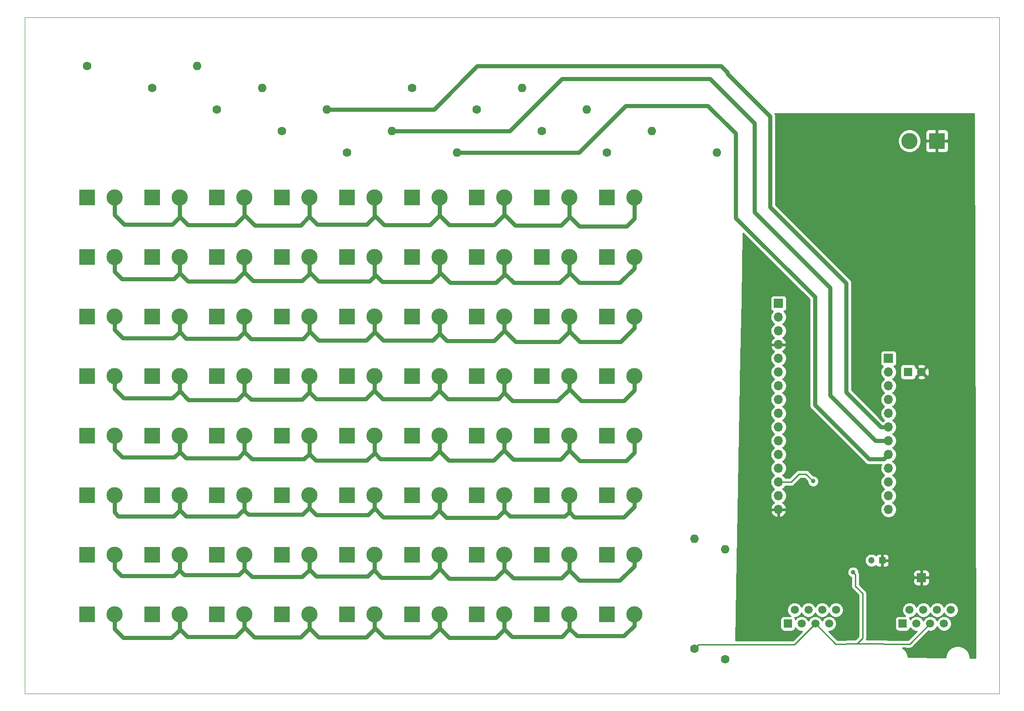
<source format=gbr>
G04 #@! TF.GenerationSoftware,KiCad,Pcbnew,5.1.5-52549c5~84~ubuntu18.04.1*
G04 #@! TF.CreationDate,2020-02-11T15:06:06-05:00*
G04 #@! TF.ProjectId,solenoid_board,736f6c65-6e6f-4696-945f-626f6172642e,rev?*
G04 #@! TF.SameCoordinates,Original*
G04 #@! TF.FileFunction,Copper,L2,Bot*
G04 #@! TF.FilePolarity,Positive*
%FSLAX46Y46*%
G04 Gerber Fmt 4.6, Leading zero omitted, Abs format (unit mm)*
G04 Created by KiCad (PCBNEW 5.1.5-52549c5~84~ubuntu18.04.1) date 2020-02-11 15:06:06*
%MOMM*%
%LPD*%
G04 APERTURE LIST*
G04 #@! TA.AperFunction,Profile*
%ADD10C,0.120000*%
G04 #@! TD*
G04 #@! TA.AperFunction,ComponentPad*
%ADD11O,1.600000X1.600000*%
G04 #@! TD*
G04 #@! TA.AperFunction,ComponentPad*
%ADD12C,1.600000*%
G04 #@! TD*
G04 #@! TA.AperFunction,ComponentPad*
%ADD13C,3.000000*%
G04 #@! TD*
G04 #@! TA.AperFunction,ComponentPad*
%ADD14R,3.000000X3.000000*%
G04 #@! TD*
G04 #@! TA.AperFunction,ComponentPad*
%ADD15C,1.500000*%
G04 #@! TD*
G04 #@! TA.AperFunction,ComponentPad*
%ADD16R,1.500000X1.500000*%
G04 #@! TD*
G04 #@! TA.AperFunction,ComponentPad*
%ADD17R,1.600000X1.600000*%
G04 #@! TD*
G04 #@! TA.AperFunction,ComponentPad*
%ADD18C,1.200000*%
G04 #@! TD*
G04 #@! TA.AperFunction,ComponentPad*
%ADD19R,1.200000X1.200000*%
G04 #@! TD*
G04 #@! TA.AperFunction,ComponentPad*
%ADD20R,1.700000X1.700000*%
G04 #@! TD*
G04 #@! TA.AperFunction,ComponentPad*
%ADD21O,1.700000X1.700000*%
G04 #@! TD*
G04 #@! TA.AperFunction,ViaPad*
%ADD22C,0.800000*%
G04 #@! TD*
G04 #@! TA.AperFunction,Conductor*
%ADD23C,0.250000*%
G04 #@! TD*
G04 #@! TA.AperFunction,Conductor*
%ADD24C,0.750000*%
G04 #@! TD*
G04 #@! TA.AperFunction,Conductor*
%ADD25C,0.254000*%
G04 #@! TD*
G04 APERTURE END LIST*
D10*
X50000000Y-25000000D02*
X50000000Y-150000000D01*
X230000000Y-25000000D02*
X50000000Y-25000000D01*
X230000000Y-150000000D02*
X230000000Y-25000000D01*
X50000000Y-150000000D02*
X230000000Y-150000000D01*
D11*
G04 #@! TO.P,R11,2*
G04 #@! TO.N,Net-(Prt_IC1-Pad1)*
X173685200Y-121361200D03*
D12*
G04 #@! TO.P,R11,1*
G04 #@! TO.N,/RJ45_5*
X173685200Y-141681200D03*
G04 #@! TD*
D11*
G04 #@! TO.P,R10,2*
G04 #@! TO.N,Net-(Prt_IC1-Pad2)*
X179349400Y-123342400D03*
D12*
G04 #@! TO.P,R10,1*
G04 #@! TO.N,/RJ45_4*
X179349400Y-143662400D03*
G04 #@! TD*
D11*
G04 #@! TO.P,R337,2*
G04 #@! TO.N,/SCL*
X165832600Y-46000000D03*
D12*
G04 #@! TO.P,R337,1*
G04 #@! TO.N,/COL7*
X145512600Y-46000000D03*
G04 #@! TD*
D11*
G04 #@! TO.P,R338,2*
G04 #@! TO.N,/SDA*
X177832600Y-50000000D03*
D12*
G04 #@! TO.P,R338,1*
G04 #@! TO.N,/COL8*
X157512600Y-50000000D03*
G04 #@! TD*
D11*
G04 #@! TO.P,R336,2*
G04 #@! TO.N,/D5*
X153832600Y-42000000D03*
D12*
G04 #@! TO.P,R336,1*
G04 #@! TO.N,/COL6*
X133512600Y-42000000D03*
G04 #@! TD*
D11*
G04 #@! TO.P,R335,2*
G04 #@! TO.N,/D6*
X141832600Y-38000000D03*
D12*
G04 #@! TO.P,R335,1*
G04 #@! TO.N,/COL5*
X121512600Y-38000000D03*
G04 #@! TD*
D11*
G04 #@! TO.P,R334,2*
G04 #@! TO.N,/D9*
X129832600Y-50000000D03*
D12*
G04 #@! TO.P,R334,1*
G04 #@! TO.N,/COL4*
X109512600Y-50000000D03*
G04 #@! TD*
D11*
G04 #@! TO.P,R333,2*
G04 #@! TO.N,/D10*
X117832600Y-46000000D03*
D12*
G04 #@! TO.P,R333,1*
G04 #@! TO.N,/COL3*
X97512600Y-46000000D03*
G04 #@! TD*
D11*
G04 #@! TO.P,R332,2*
G04 #@! TO.N,/D11*
X105832600Y-42000000D03*
D12*
G04 #@! TO.P,R332,1*
G04 #@! TO.N,/COL2*
X85512600Y-42000000D03*
G04 #@! TD*
D11*
G04 #@! TO.P,R331,2*
G04 #@! TO.N,/D12*
X93832600Y-38000000D03*
D12*
G04 #@! TO.P,R331,1*
G04 #@! TO.N,/COL1*
X73512600Y-38000000D03*
G04 #@! TD*
D11*
G04 #@! TO.P,R330,2*
G04 #@! TO.N,/D13*
X81832600Y-34000000D03*
D12*
G04 #@! TO.P,R330,1*
G04 #@! TO.N,/COL0*
X61512600Y-34000000D03*
G04 #@! TD*
D13*
G04 #@! TO.P,LED7_8,2*
G04 #@! TO.N,/MOSI*
X162592600Y-135285000D03*
D14*
G04 #@! TO.P,LED7_8,1*
G04 #@! TO.N,/COL8*
X157512600Y-135285000D03*
G04 #@! TD*
D13*
G04 #@! TO.P,LED7_7,2*
G04 #@! TO.N,/MOSI*
X150592600Y-135285000D03*
D14*
G04 #@! TO.P,LED7_7,1*
G04 #@! TO.N,/COL7*
X145512600Y-135285000D03*
G04 #@! TD*
D13*
G04 #@! TO.P,LED7_6,2*
G04 #@! TO.N,/MOSI*
X138592600Y-135285000D03*
D14*
G04 #@! TO.P,LED7_6,1*
G04 #@! TO.N,/COL6*
X133512600Y-135285000D03*
G04 #@! TD*
D13*
G04 #@! TO.P,LED7_5,2*
G04 #@! TO.N,/MOSI*
X126592600Y-135285000D03*
D14*
G04 #@! TO.P,LED7_5,1*
G04 #@! TO.N,/COL5*
X121512600Y-135285000D03*
G04 #@! TD*
D13*
G04 #@! TO.P,LED7_4,2*
G04 #@! TO.N,/MOSI*
X114592600Y-135285000D03*
D14*
G04 #@! TO.P,LED7_4,1*
G04 #@! TO.N,/COL4*
X109512600Y-135285000D03*
G04 #@! TD*
D13*
G04 #@! TO.P,LED7_3,2*
G04 #@! TO.N,/MOSI*
X102592600Y-135285000D03*
D14*
G04 #@! TO.P,LED7_3,1*
G04 #@! TO.N,/COL3*
X97512600Y-135285000D03*
G04 #@! TD*
D13*
G04 #@! TO.P,LED7_2,2*
G04 #@! TO.N,/MOSI*
X90592600Y-135285000D03*
D14*
G04 #@! TO.P,LED7_2,1*
G04 #@! TO.N,/COL2*
X85512600Y-135285000D03*
G04 #@! TD*
D13*
G04 #@! TO.P,LED7_1,2*
G04 #@! TO.N,/MOSI*
X78592600Y-135285000D03*
D14*
G04 #@! TO.P,LED7_1,1*
G04 #@! TO.N,/COL1*
X73512600Y-135285000D03*
G04 #@! TD*
D13*
G04 #@! TO.P,LED7_0,2*
G04 #@! TO.N,/MOSI*
X66592600Y-135285000D03*
D14*
G04 #@! TO.P,LED7_0,1*
G04 #@! TO.N,/COL0*
X61512600Y-135285000D03*
G04 #@! TD*
D13*
G04 #@! TO.P,LED6_8,2*
G04 #@! TO.N,/ROW6*
X162592600Y-124285000D03*
D14*
G04 #@! TO.P,LED6_8,1*
G04 #@! TO.N,/COL8*
X157512600Y-124285000D03*
G04 #@! TD*
D13*
G04 #@! TO.P,LED6_7,2*
G04 #@! TO.N,/ROW6*
X150592600Y-124285000D03*
D14*
G04 #@! TO.P,LED6_7,1*
G04 #@! TO.N,/COL7*
X145512600Y-124285000D03*
G04 #@! TD*
D13*
G04 #@! TO.P,LED6_6,2*
G04 #@! TO.N,/ROW6*
X138592600Y-124285000D03*
D14*
G04 #@! TO.P,LED6_6,1*
G04 #@! TO.N,/COL6*
X133512600Y-124285000D03*
G04 #@! TD*
D13*
G04 #@! TO.P,LED6_5,2*
G04 #@! TO.N,/ROW6*
X126592600Y-124285000D03*
D14*
G04 #@! TO.P,LED6_5,1*
G04 #@! TO.N,/COL5*
X121512600Y-124285000D03*
G04 #@! TD*
D13*
G04 #@! TO.P,LED6_4,2*
G04 #@! TO.N,/ROW6*
X114592600Y-124285000D03*
D14*
G04 #@! TO.P,LED6_4,1*
G04 #@! TO.N,/COL4*
X109512600Y-124285000D03*
G04 #@! TD*
D13*
G04 #@! TO.P,LED6_3,2*
G04 #@! TO.N,/ROW6*
X102592600Y-124285000D03*
D14*
G04 #@! TO.P,LED6_3,1*
G04 #@! TO.N,/COL3*
X97512600Y-124285000D03*
G04 #@! TD*
D13*
G04 #@! TO.P,LED6_2,2*
G04 #@! TO.N,/ROW6*
X90592600Y-124285000D03*
D14*
G04 #@! TO.P,LED6_2,1*
G04 #@! TO.N,/COL2*
X85512600Y-124285000D03*
G04 #@! TD*
D13*
G04 #@! TO.P,LED6_1,2*
G04 #@! TO.N,/ROW6*
X78592600Y-124285000D03*
D14*
G04 #@! TO.P,LED6_1,1*
G04 #@! TO.N,/COL1*
X73512600Y-124285000D03*
G04 #@! TD*
D13*
G04 #@! TO.P,LED6_0,2*
G04 #@! TO.N,/ROW6*
X66592600Y-124285000D03*
D14*
G04 #@! TO.P,LED6_0,1*
G04 #@! TO.N,/COL0*
X61512600Y-124285000D03*
G04 #@! TD*
D13*
G04 #@! TO.P,LED5_8,2*
G04 #@! TO.N,/A5*
X162592600Y-113285000D03*
D14*
G04 #@! TO.P,LED5_8,1*
G04 #@! TO.N,/COL8*
X157512600Y-113285000D03*
G04 #@! TD*
D13*
G04 #@! TO.P,LED5_7,2*
G04 #@! TO.N,/A5*
X150592600Y-113285000D03*
D14*
G04 #@! TO.P,LED5_7,1*
G04 #@! TO.N,/COL7*
X145512600Y-113285000D03*
G04 #@! TD*
D13*
G04 #@! TO.P,LED5_6,2*
G04 #@! TO.N,/A5*
X138592600Y-113285000D03*
D14*
G04 #@! TO.P,LED5_6,1*
G04 #@! TO.N,/COL6*
X133512600Y-113285000D03*
G04 #@! TD*
D13*
G04 #@! TO.P,LED5_5,2*
G04 #@! TO.N,/A5*
X126592600Y-113285000D03*
D14*
G04 #@! TO.P,LED5_5,1*
G04 #@! TO.N,/COL5*
X121512600Y-113285000D03*
G04 #@! TD*
D13*
G04 #@! TO.P,LED5_4,2*
G04 #@! TO.N,/A5*
X114592600Y-113285000D03*
D14*
G04 #@! TO.P,LED5_4,1*
G04 #@! TO.N,/COL4*
X109512600Y-113285000D03*
G04 #@! TD*
D13*
G04 #@! TO.P,LED5_3,2*
G04 #@! TO.N,/A5*
X102592600Y-113285000D03*
D14*
G04 #@! TO.P,LED5_3,1*
G04 #@! TO.N,/COL3*
X97512600Y-113285000D03*
G04 #@! TD*
D13*
G04 #@! TO.P,LED5_2,2*
G04 #@! TO.N,/A5*
X90592600Y-113285000D03*
D14*
G04 #@! TO.P,LED5_2,1*
G04 #@! TO.N,/COL2*
X85512600Y-113285000D03*
G04 #@! TD*
D13*
G04 #@! TO.P,LED5_1,2*
G04 #@! TO.N,/A5*
X78592600Y-113285000D03*
D14*
G04 #@! TO.P,LED5_1,1*
G04 #@! TO.N,/COL1*
X73512600Y-113285000D03*
G04 #@! TD*
D13*
G04 #@! TO.P,LED5_0,2*
G04 #@! TO.N,/A5*
X66592600Y-113285000D03*
D14*
G04 #@! TO.P,LED5_0,1*
G04 #@! TO.N,/COL0*
X61512600Y-113285000D03*
G04 #@! TD*
D13*
G04 #@! TO.P,LED4_8,2*
G04 #@! TO.N,/A4*
X162592600Y-102285000D03*
D14*
G04 #@! TO.P,LED4_8,1*
G04 #@! TO.N,/COL8*
X157512600Y-102285000D03*
G04 #@! TD*
D13*
G04 #@! TO.P,LED4_7,2*
G04 #@! TO.N,/A4*
X150592600Y-102285000D03*
D14*
G04 #@! TO.P,LED4_7,1*
G04 #@! TO.N,/COL7*
X145512600Y-102285000D03*
G04 #@! TD*
D13*
G04 #@! TO.P,LED4_6,2*
G04 #@! TO.N,/A4*
X138592600Y-102285000D03*
D14*
G04 #@! TO.P,LED4_6,1*
G04 #@! TO.N,/COL6*
X133512600Y-102285000D03*
G04 #@! TD*
D13*
G04 #@! TO.P,LED4_5,2*
G04 #@! TO.N,/A4*
X126592600Y-102285000D03*
D14*
G04 #@! TO.P,LED4_5,1*
G04 #@! TO.N,/COL5*
X121512600Y-102285000D03*
G04 #@! TD*
D13*
G04 #@! TO.P,LED4_4,2*
G04 #@! TO.N,/A4*
X114592600Y-102285000D03*
D14*
G04 #@! TO.P,LED4_4,1*
G04 #@! TO.N,/COL4*
X109512600Y-102285000D03*
G04 #@! TD*
D13*
G04 #@! TO.P,LED4_3,2*
G04 #@! TO.N,/A4*
X102592600Y-102285000D03*
D14*
G04 #@! TO.P,LED4_3,1*
G04 #@! TO.N,/COL3*
X97512600Y-102285000D03*
G04 #@! TD*
D13*
G04 #@! TO.P,LED4_2,2*
G04 #@! TO.N,/A4*
X90592600Y-102285000D03*
D14*
G04 #@! TO.P,LED4_2,1*
G04 #@! TO.N,/COL2*
X85512600Y-102285000D03*
G04 #@! TD*
D13*
G04 #@! TO.P,LED4_1,2*
G04 #@! TO.N,/A4*
X78592600Y-102285000D03*
D14*
G04 #@! TO.P,LED4_1,1*
G04 #@! TO.N,/COL1*
X73512600Y-102285000D03*
G04 #@! TD*
D13*
G04 #@! TO.P,LED4_0,2*
G04 #@! TO.N,/A4*
X66592600Y-102285000D03*
D14*
G04 #@! TO.P,LED4_0,1*
G04 #@! TO.N,/COL0*
X61512600Y-102285000D03*
G04 #@! TD*
D13*
G04 #@! TO.P,LED3_8,2*
G04 #@! TO.N,/A3*
X162592600Y-91285000D03*
D14*
G04 #@! TO.P,LED3_8,1*
G04 #@! TO.N,/COL8*
X157512600Y-91285000D03*
G04 #@! TD*
D13*
G04 #@! TO.P,LED3_7,2*
G04 #@! TO.N,/A3*
X150592600Y-91285000D03*
D14*
G04 #@! TO.P,LED3_7,1*
G04 #@! TO.N,/COL7*
X145512600Y-91285000D03*
G04 #@! TD*
D13*
G04 #@! TO.P,LED3_6,2*
G04 #@! TO.N,/A3*
X138592600Y-91285000D03*
D14*
G04 #@! TO.P,LED3_6,1*
G04 #@! TO.N,/COL6*
X133512600Y-91285000D03*
G04 #@! TD*
D13*
G04 #@! TO.P,LED3_5,2*
G04 #@! TO.N,/A3*
X126592600Y-91285000D03*
D14*
G04 #@! TO.P,LED3_5,1*
G04 #@! TO.N,/COL5*
X121512600Y-91285000D03*
G04 #@! TD*
D13*
G04 #@! TO.P,LED3_4,2*
G04 #@! TO.N,/A3*
X114592600Y-91285000D03*
D14*
G04 #@! TO.P,LED3_4,1*
G04 #@! TO.N,/COL4*
X109512600Y-91285000D03*
G04 #@! TD*
D13*
G04 #@! TO.P,LED3_3,2*
G04 #@! TO.N,/A3*
X102592600Y-91285000D03*
D14*
G04 #@! TO.P,LED3_3,1*
G04 #@! TO.N,/COL3*
X97512600Y-91285000D03*
G04 #@! TD*
D13*
G04 #@! TO.P,LED3_2,2*
G04 #@! TO.N,/A3*
X90592600Y-91285000D03*
D14*
G04 #@! TO.P,LED3_2,1*
G04 #@! TO.N,/COL2*
X85512600Y-91285000D03*
G04 #@! TD*
D13*
G04 #@! TO.P,LED3_1,2*
G04 #@! TO.N,/A3*
X78592600Y-91285000D03*
D14*
G04 #@! TO.P,LED3_1,1*
G04 #@! TO.N,/COL1*
X73512600Y-91285000D03*
G04 #@! TD*
D13*
G04 #@! TO.P,LED3_0,2*
G04 #@! TO.N,/A3*
X66592600Y-91285000D03*
D14*
G04 #@! TO.P,LED3_0,1*
G04 #@! TO.N,/COL0*
X61512600Y-91285000D03*
G04 #@! TD*
D13*
G04 #@! TO.P,LED2_8,2*
G04 #@! TO.N,/A2*
X162592600Y-80285000D03*
D14*
G04 #@! TO.P,LED2_8,1*
G04 #@! TO.N,/COL8*
X157512600Y-80285000D03*
G04 #@! TD*
D13*
G04 #@! TO.P,LED2_7,2*
G04 #@! TO.N,/A2*
X150592600Y-80285000D03*
D14*
G04 #@! TO.P,LED2_7,1*
G04 #@! TO.N,/COL7*
X145512600Y-80285000D03*
G04 #@! TD*
D13*
G04 #@! TO.P,LED2_6,2*
G04 #@! TO.N,/A2*
X138592600Y-80285000D03*
D14*
G04 #@! TO.P,LED2_6,1*
G04 #@! TO.N,/COL6*
X133512600Y-80285000D03*
G04 #@! TD*
D13*
G04 #@! TO.P,LED2_5,2*
G04 #@! TO.N,/A2*
X126592600Y-80285000D03*
D14*
G04 #@! TO.P,LED2_5,1*
G04 #@! TO.N,/COL5*
X121512600Y-80285000D03*
G04 #@! TD*
D13*
G04 #@! TO.P,LED2_4,2*
G04 #@! TO.N,/A2*
X114592600Y-80285000D03*
D14*
G04 #@! TO.P,LED2_4,1*
G04 #@! TO.N,/COL4*
X109512600Y-80285000D03*
G04 #@! TD*
D13*
G04 #@! TO.P,LED2_3,2*
G04 #@! TO.N,/A2*
X102592600Y-80285000D03*
D14*
G04 #@! TO.P,LED2_3,1*
G04 #@! TO.N,/COL3*
X97512600Y-80285000D03*
G04 #@! TD*
D13*
G04 #@! TO.P,LED2_2,2*
G04 #@! TO.N,/A2*
X90592600Y-80285000D03*
D14*
G04 #@! TO.P,LED2_2,1*
G04 #@! TO.N,/COL2*
X85512600Y-80285000D03*
G04 #@! TD*
D13*
G04 #@! TO.P,LED2_1,2*
G04 #@! TO.N,/A2*
X78592600Y-80285000D03*
D14*
G04 #@! TO.P,LED2_1,1*
G04 #@! TO.N,/COL1*
X73512600Y-80285000D03*
G04 #@! TD*
D13*
G04 #@! TO.P,LED2_0,2*
G04 #@! TO.N,/A2*
X66592600Y-80285000D03*
D14*
G04 #@! TO.P,LED2_0,1*
G04 #@! TO.N,/COL0*
X61512600Y-80285000D03*
G04 #@! TD*
D13*
G04 #@! TO.P,LED1_8,2*
G04 #@! TO.N,/A1*
X162592600Y-69285000D03*
D14*
G04 #@! TO.P,LED1_8,1*
G04 #@! TO.N,/COL8*
X157512600Y-69285000D03*
G04 #@! TD*
D13*
G04 #@! TO.P,LED1_7,2*
G04 #@! TO.N,/A1*
X150592600Y-69285000D03*
D14*
G04 #@! TO.P,LED1_7,1*
G04 #@! TO.N,/COL7*
X145512600Y-69285000D03*
G04 #@! TD*
D13*
G04 #@! TO.P,LED1_6,2*
G04 #@! TO.N,/A1*
X138592600Y-69285000D03*
D14*
G04 #@! TO.P,LED1_6,1*
G04 #@! TO.N,/COL6*
X133512600Y-69285000D03*
G04 #@! TD*
D13*
G04 #@! TO.P,LED1_5,2*
G04 #@! TO.N,/A1*
X126592600Y-69285000D03*
D14*
G04 #@! TO.P,LED1_5,1*
G04 #@! TO.N,/COL5*
X121512600Y-69285000D03*
G04 #@! TD*
D13*
G04 #@! TO.P,LED1_4,2*
G04 #@! TO.N,/A1*
X114592600Y-69285000D03*
D14*
G04 #@! TO.P,LED1_4,1*
G04 #@! TO.N,/COL4*
X109512600Y-69285000D03*
G04 #@! TD*
D13*
G04 #@! TO.P,LED1_3,2*
G04 #@! TO.N,/A1*
X102592600Y-69285000D03*
D14*
G04 #@! TO.P,LED1_3,1*
G04 #@! TO.N,/COL3*
X97512600Y-69285000D03*
G04 #@! TD*
D13*
G04 #@! TO.P,LED1_2,2*
G04 #@! TO.N,/A1*
X90592600Y-69285000D03*
D14*
G04 #@! TO.P,LED1_2,1*
G04 #@! TO.N,/COL2*
X85512600Y-69285000D03*
G04 #@! TD*
D13*
G04 #@! TO.P,LED1_1,2*
G04 #@! TO.N,/A1*
X78592600Y-69285000D03*
D14*
G04 #@! TO.P,LED1_1,1*
G04 #@! TO.N,/COL1*
X73512600Y-69285000D03*
G04 #@! TD*
D13*
G04 #@! TO.P,LED1_0,2*
G04 #@! TO.N,/A1*
X66592600Y-69285000D03*
D14*
G04 #@! TO.P,LED1_0,1*
G04 #@! TO.N,/COL0*
X61512600Y-69285000D03*
G04 #@! TD*
D13*
G04 #@! TO.P,LED0_8,2*
G04 #@! TO.N,/A0*
X162592600Y-58285000D03*
D14*
G04 #@! TO.P,LED0_8,1*
G04 #@! TO.N,/COL8*
X157512600Y-58285000D03*
G04 #@! TD*
D13*
G04 #@! TO.P,LED0_7,2*
G04 #@! TO.N,/A0*
X150592600Y-58285000D03*
D14*
G04 #@! TO.P,LED0_7,1*
G04 #@! TO.N,/COL7*
X145512600Y-58285000D03*
G04 #@! TD*
D13*
G04 #@! TO.P,LED0_6,2*
G04 #@! TO.N,/A0*
X138592600Y-58285000D03*
D14*
G04 #@! TO.P,LED0_6,1*
G04 #@! TO.N,/COL6*
X133512600Y-58285000D03*
G04 #@! TD*
D13*
G04 #@! TO.P,LED0_5,2*
G04 #@! TO.N,/A0*
X126592600Y-58285000D03*
D14*
G04 #@! TO.P,LED0_5,1*
G04 #@! TO.N,/COL5*
X121512600Y-58285000D03*
G04 #@! TD*
D13*
G04 #@! TO.P,LED0_4,2*
G04 #@! TO.N,/A0*
X114592600Y-58285000D03*
D14*
G04 #@! TO.P,LED0_4,1*
G04 #@! TO.N,/COL4*
X109512600Y-58285000D03*
G04 #@! TD*
D13*
G04 #@! TO.P,LED0_3,2*
G04 #@! TO.N,/A0*
X102592600Y-58285000D03*
D14*
G04 #@! TO.P,LED0_3,1*
G04 #@! TO.N,/COL3*
X97512600Y-58285000D03*
G04 #@! TD*
D13*
G04 #@! TO.P,LED0_2,2*
G04 #@! TO.N,/A0*
X90592600Y-58285000D03*
D14*
G04 #@! TO.P,LED0_2,1*
G04 #@! TO.N,/COL2*
X85512600Y-58285000D03*
G04 #@! TD*
D13*
G04 #@! TO.P,LED0_1,2*
G04 #@! TO.N,/A0*
X78592600Y-58285000D03*
D14*
G04 #@! TO.P,LED0_1,1*
G04 #@! TO.N,/COL1*
X73512600Y-58285000D03*
G04 #@! TD*
D13*
G04 #@! TO.P,LED0_0,2*
G04 #@! TO.N,/A0*
X66592600Y-58285000D03*
D14*
G04 #@! TO.P,LED0_0,1*
G04 #@! TO.N,/COL0*
X61512600Y-58285000D03*
G04 #@! TD*
D15*
G04 #@! TO.P,RJ1,8*
G04 #@! TO.N,N/C*
X221056200Y-134493000D03*
G04 #@! TO.P,RJ1,7*
X219786200Y-137033000D03*
G04 #@! TO.P,RJ1,6*
X218516200Y-134493000D03*
G04 #@! TO.P,RJ1,5*
G04 #@! TO.N,/RJ45_5*
X217246200Y-137033000D03*
G04 #@! TO.P,RJ1,4*
G04 #@! TO.N,/RJ45_4*
X215976200Y-134493000D03*
G04 #@! TO.P,RJ1,3*
G04 #@! TO.N,N/C*
X214706200Y-137033000D03*
G04 #@! TO.P,RJ1,2*
X213436200Y-134493000D03*
D16*
G04 #@! TO.P,RJ1,1*
X212166200Y-137033000D03*
G04 #@! TD*
D15*
G04 #@! TO.P,RJ0,8*
G04 #@! TO.N,N/C*
X199847200Y-134493000D03*
G04 #@! TO.P,RJ0,7*
X198577200Y-137033000D03*
G04 #@! TO.P,RJ0,6*
X197307200Y-134493000D03*
G04 #@! TO.P,RJ0,5*
G04 #@! TO.N,/RJ45_5*
X196037200Y-137033000D03*
G04 #@! TO.P,RJ0,4*
G04 #@! TO.N,/RJ45_4*
X194767200Y-134493000D03*
G04 #@! TO.P,RJ0,3*
G04 #@! TO.N,N/C*
X193497200Y-137033000D03*
G04 #@! TO.P,RJ0,2*
X192227200Y-134493000D03*
D16*
G04 #@! TO.P,RJ0,1*
X190957200Y-137033000D03*
G04 #@! TD*
D12*
G04 #@! TO.P,CP0,2*
G04 #@! TO.N,GND*
X215656800Y-90525600D03*
D17*
G04 #@! TO.P,CP0,1*
G04 #@! TO.N,+5V*
X213156800Y-90525600D03*
G04 #@! TD*
D18*
G04 #@! TO.P,C0.1nF0,2*
G04 #@! TO.N,+3V3*
X206407000Y-125349000D03*
D19*
G04 #@! TO.P,C0.1nF0,1*
G04 #@! TO.N,GND*
X208407000Y-125349000D03*
G04 #@! TD*
D13*
G04 #@! TO.P,+5V_IN1,2*
G04 #@! TO.N,+5V*
X213410800Y-47828200D03*
D14*
G04 #@! TO.P,+5V_IN1,1*
G04 #@! TO.N,GND*
X218490800Y-47828200D03*
G04 #@! TD*
D20*
G04 #@! TO.P,GND1,1*
G04 #@! TO.N,GND*
X215620600Y-128549400D03*
G04 #@! TD*
D21*
G04 #@! TO.P,J3,12*
G04 #@! TO.N,/SDA*
X209550000Y-115951000D03*
G04 #@! TO.P,J3,11*
G04 #@! TO.N,/SCL*
X209550000Y-113411000D03*
G04 #@! TO.P,J3,10*
G04 #@! TO.N,/D5*
X209550000Y-110871000D03*
G04 #@! TO.P,J3,9*
G04 #@! TO.N,/D6*
X209550000Y-108331000D03*
G04 #@! TO.P,J3,8*
G04 #@! TO.N,/D9*
X209550000Y-105791000D03*
G04 #@! TO.P,J3,7*
G04 #@! TO.N,/D10*
X209550000Y-103251000D03*
G04 #@! TO.P,J3,6*
G04 #@! TO.N,/D11*
X209550000Y-100711000D03*
G04 #@! TO.P,J3,5*
G04 #@! TO.N,/D12*
X209550000Y-98171000D03*
G04 #@! TO.P,J3,4*
G04 #@! TO.N,/D13*
X209550000Y-95631000D03*
G04 #@! TO.P,J3,3*
G04 #@! TO.N,+5V*
X209550000Y-93091000D03*
G04 #@! TO.P,J3,2*
G04 #@! TO.N,N/C*
X209550000Y-90551000D03*
D20*
G04 #@! TO.P,J3,1*
X209550000Y-88011000D03*
G04 #@! TD*
D21*
G04 #@! TO.P,J2,16*
G04 #@! TO.N,GND*
X189230000Y-115951000D03*
G04 #@! TO.P,J2,15*
G04 #@! TO.N,/TX1*
X189230000Y-113411000D03*
G04 #@! TO.P,J2,14*
G04 #@! TO.N,/RX0*
X189230000Y-110871000D03*
G04 #@! TO.P,J2,13*
G04 #@! TO.N,/MISO*
X189230000Y-108331000D03*
G04 #@! TO.P,J2,12*
G04 #@! TO.N,/MOSI*
X189230000Y-105791000D03*
G04 #@! TO.P,J2,11*
G04 #@! TO.N,/ROW6*
X189230000Y-103251000D03*
G04 #@! TO.P,J2,10*
G04 #@! TO.N,/A5*
X189230000Y-100711000D03*
G04 #@! TO.P,J2,9*
G04 #@! TO.N,/A4*
X189230000Y-98171000D03*
G04 #@! TO.P,J2,8*
G04 #@! TO.N,/A3*
X189230000Y-95631000D03*
G04 #@! TO.P,J2,7*
G04 #@! TO.N,/A2*
X189230000Y-93091000D03*
G04 #@! TO.P,J2,6*
G04 #@! TO.N,/A1*
X189230000Y-90551000D03*
G04 #@! TO.P,J2,5*
G04 #@! TO.N,/A0*
X189230000Y-88011000D03*
G04 #@! TO.P,J2,4*
G04 #@! TO.N,GND*
X189230000Y-85471000D03*
G04 #@! TO.P,J2,3*
G04 #@! TO.N,N/C*
X189230000Y-82931000D03*
G04 #@! TO.P,J2,2*
G04 #@! TO.N,+3V3*
X189230000Y-80391000D03*
D20*
G04 #@! TO.P,J2,1*
G04 #@! TO.N,N/C*
X189230000Y-77851000D03*
G04 #@! TD*
D22*
G04 #@! TO.N,GND*
X196062600Y-122301000D03*
G04 #@! TO.N,/RX0*
X195630800Y-110718600D03*
G04 #@! TO.N,/RJ45_5*
X203022200Y-127533400D03*
G04 #@! TD*
D23*
G04 #@! TO.N,/RX0*
X189230000Y-110871000D02*
X191541400Y-110871000D01*
X191541400Y-110871000D02*
X193014600Y-109397800D01*
X193014600Y-109397800D02*
X194310000Y-109397800D01*
X194310000Y-109397800D02*
X195630800Y-110718600D01*
X195630800Y-110718600D02*
X195630800Y-110718600D01*
D24*
G04 #@! TO.N,/A4*
X162592600Y-102285000D02*
X162592600Y-105428200D01*
X162592600Y-105428200D02*
X161086800Y-106934000D01*
X161086800Y-106934000D02*
X152527000Y-106934000D01*
X150592600Y-104999600D02*
X150592600Y-102285000D01*
X152527000Y-106934000D02*
X150592600Y-104999600D01*
X150592600Y-104999600D02*
X150592600Y-105033000D01*
X150592600Y-105033000D02*
X148945600Y-106680000D01*
X148945600Y-106680000D02*
X140284200Y-106680000D01*
X138592600Y-104988400D02*
X138592600Y-102285000D01*
X140284200Y-106680000D02*
X138592600Y-104988400D01*
X138592600Y-104988400D02*
X138521400Y-104988400D01*
X138521400Y-104988400D02*
X136626600Y-106883200D01*
X136626600Y-106883200D02*
X128320800Y-106883200D01*
X126592600Y-105155000D02*
X126592600Y-102285000D01*
X128320800Y-106883200D02*
X126592600Y-105155000D01*
X126592600Y-105155000D02*
X126543800Y-105155000D01*
X126543800Y-105155000D02*
X125069600Y-106629200D01*
X125069600Y-106629200D02*
X115747800Y-106629200D01*
X114592600Y-105474000D02*
X114592600Y-102285000D01*
X115747800Y-106629200D02*
X114592600Y-105474000D01*
X114592600Y-105474000D02*
X114592600Y-105498400D01*
X114592600Y-105498400D02*
X113207800Y-106883200D01*
X113207800Y-106883200D02*
X103809800Y-106883200D01*
X102592600Y-105666000D02*
X102592600Y-102285000D01*
X103809800Y-106883200D02*
X102592600Y-105666000D01*
X102592600Y-105666000D02*
X102563200Y-105666000D01*
X102563200Y-105666000D02*
X101574600Y-106654600D01*
X101574600Y-106654600D02*
X91973400Y-106654600D01*
X90592600Y-105273800D02*
X90592600Y-102285000D01*
X91973400Y-106654600D02*
X90592600Y-105273800D01*
X90592600Y-105273800D02*
X90592600Y-105292200D01*
X90592600Y-105292200D02*
X89433400Y-106451400D01*
X89433400Y-106451400D02*
X79806800Y-106451400D01*
X78592600Y-105237200D02*
X78592600Y-102285000D01*
X79806800Y-106451400D02*
X78592600Y-105237200D01*
X78592600Y-105237200D02*
X78592600Y-105354200D01*
X78592600Y-105354200D02*
X77622400Y-106324400D01*
X77622400Y-106324400D02*
X68046600Y-106324400D01*
X66592600Y-104870400D02*
X66592600Y-102285000D01*
X68046600Y-106324400D02*
X66592600Y-104870400D01*
G04 #@! TO.N,/A0*
X150592600Y-61718000D02*
X150592600Y-58285000D01*
X152476200Y-63601600D02*
X150592600Y-61718000D01*
X161163000Y-63601600D02*
X152476200Y-63601600D01*
X162592600Y-58285000D02*
X162592600Y-62172000D01*
X162592600Y-62172000D02*
X161163000Y-63601600D01*
X150592600Y-61718000D02*
X150592600Y-61878400D01*
X150592600Y-61878400D02*
X149047200Y-63423800D01*
X149047200Y-63423800D02*
X140614400Y-63423800D01*
X138592600Y-61402000D02*
X138592600Y-58285000D01*
X140614400Y-63423800D02*
X138592600Y-61402000D01*
X126592600Y-61568600D02*
X126592600Y-58285000D01*
X128397000Y-63373000D02*
X126592600Y-61568600D01*
X138592600Y-61402000D02*
X138592600Y-61457800D01*
X136677400Y-63373000D02*
X128397000Y-63373000D01*
X138592600Y-61457800D02*
X136677400Y-63373000D01*
X126592600Y-61568600D02*
X126592600Y-61621400D01*
X126592600Y-61621400D02*
X124841000Y-63373000D01*
X124841000Y-63373000D02*
X116357400Y-63373000D01*
X114592600Y-61608200D02*
X114592600Y-58285000D01*
X116357400Y-63373000D02*
X114592600Y-61608200D01*
X114592600Y-61608200D02*
X114592600Y-61861200D01*
X114592600Y-61861200D02*
X113207800Y-63246000D01*
X113207800Y-63246000D02*
X104013000Y-63246000D01*
X102592600Y-61825600D02*
X102592600Y-58285000D01*
X104013000Y-63246000D02*
X102592600Y-61825600D01*
X102592600Y-61825600D02*
X102537800Y-61825600D01*
X102537800Y-61825600D02*
X100939600Y-63423800D01*
X100939600Y-63423800D02*
X92506800Y-63423800D01*
X90592600Y-61509600D02*
X90592600Y-58285000D01*
X92506800Y-63423800D02*
X90592600Y-61509600D01*
X90592600Y-61509600D02*
X90592600Y-61655000D01*
X90592600Y-61655000D02*
X88849200Y-63398400D01*
X88849200Y-63398400D02*
X80187800Y-63398400D01*
X78592600Y-61803200D02*
X78592600Y-58285000D01*
X80187800Y-63398400D02*
X78592600Y-61803200D01*
X78592600Y-61803200D02*
X78592600Y-61894800D01*
X78592600Y-61894800D02*
X77241400Y-63246000D01*
X77241400Y-63246000D02*
X68351400Y-63246000D01*
X66592600Y-61487200D02*
X66592600Y-58285000D01*
X68351400Y-63246000D02*
X66592600Y-61487200D01*
G04 #@! TO.N,/D9*
X152361800Y-50000000D02*
X129832600Y-50000000D01*
X161036000Y-41325800D02*
X152361800Y-50000000D01*
X176199800Y-41325800D02*
X161036000Y-41325800D01*
X181330600Y-46456600D02*
X176199800Y-41325800D01*
X208700001Y-106640999D02*
X205929599Y-106640999D01*
X205929599Y-106640999D02*
X195961000Y-96672400D01*
X195961000Y-76682600D02*
X181330600Y-62052200D01*
X209550000Y-105791000D02*
X208700001Y-106640999D01*
X195961000Y-96672400D02*
X195961000Y-76682600D01*
X181330600Y-62052200D02*
X181330600Y-46456600D01*
G04 #@! TO.N,/D10*
X176606200Y-36347400D02*
X149250400Y-36347400D01*
X207162400Y-103251000D02*
X198780400Y-94869000D01*
X149250400Y-36347400D02*
X139597800Y-46000000D01*
X209550000Y-103251000D02*
X207162400Y-103251000D01*
X184810400Y-44551600D02*
X176606200Y-36347400D01*
X139597800Y-46000000D02*
X117832600Y-46000000D01*
X198780400Y-94869000D02*
X198780400Y-74980800D01*
X198780400Y-74980800D02*
X184810400Y-61010800D01*
X184810400Y-61010800D02*
X184810400Y-44551600D01*
G04 #@! TO.N,/D11*
X209550000Y-100711000D02*
X208153000Y-100711000D01*
X208153000Y-100711000D02*
X201726800Y-94284800D01*
X201726800Y-94284800D02*
X201726800Y-74117200D01*
X201726800Y-74117200D02*
X187655200Y-60045600D01*
X187655200Y-60045600D02*
X187655200Y-43281600D01*
X179770990Y-35397390D02*
X179770990Y-35194190D01*
X187655200Y-43281600D02*
X179770990Y-35397390D01*
X179770990Y-35194190D02*
X178587400Y-34010600D01*
X178587400Y-34010600D02*
X133604000Y-34010600D01*
X125614600Y-42000000D02*
X105832600Y-42000000D01*
X133604000Y-34010600D02*
X125614600Y-42000000D01*
D23*
G04 #@! TO.N,/RJ45_4*
X215746200Y-134493000D02*
X215976200Y-134493000D01*
G04 #@! TO.N,/RJ45_5*
X192188999Y-140881201D02*
X195287201Y-137782999D01*
X174485199Y-140881201D02*
X192188999Y-140881201D01*
X195287201Y-137782999D02*
X196037200Y-137033000D01*
X173685200Y-141681200D02*
X174485199Y-140881201D01*
X196037200Y-137033000D02*
X199796400Y-140792200D01*
X213487000Y-140792200D02*
X217246200Y-137033000D01*
X203422199Y-127933399D02*
X203422199Y-130117799D01*
X203022200Y-127533400D02*
X203422199Y-127933399D01*
X203422199Y-130117799D02*
X204749400Y-131445000D01*
X204749400Y-131445000D02*
X204749400Y-139725400D01*
X204749400Y-139725400D02*
X203733400Y-140741400D01*
X199796400Y-140792200D02*
X203733400Y-140741400D01*
X203733400Y-140741400D02*
X213487000Y-140792200D01*
D24*
G04 #@! TO.N,/MOSI*
X162592600Y-137406320D02*
X160655000Y-139343920D01*
X162592600Y-135285000D02*
X162592600Y-137406320D01*
X160655000Y-139343920D02*
X152018520Y-139343920D01*
X150592600Y-137918000D02*
X150592600Y-135285000D01*
X152018520Y-139343920D02*
X150592600Y-137918000D01*
X150592600Y-137918000D02*
X150592600Y-138053000D01*
X150592600Y-138053000D02*
X149199600Y-139446000D01*
X149199600Y-139446000D02*
X140030200Y-139446000D01*
X138592600Y-138008400D02*
X138592600Y-135285000D01*
X140030200Y-139446000D02*
X138592600Y-138008400D01*
X138592600Y-138008400D02*
X138592600Y-138115000D01*
X138592600Y-138115000D02*
X137033000Y-139674600D01*
X137033000Y-139674600D02*
X128422400Y-139674600D01*
X126592600Y-137844800D02*
X126592600Y-135285000D01*
X128422400Y-139674600D02*
X126592600Y-137844800D01*
X126592600Y-137844800D02*
X126592600Y-137923000D01*
X126592600Y-137923000D02*
X124942600Y-139573000D01*
X124942600Y-139573000D02*
X116382800Y-139573000D01*
X114592600Y-137782800D02*
X114592600Y-135285000D01*
X116382800Y-139573000D02*
X114592600Y-137782800D01*
X114592600Y-137782800D02*
X114592600Y-138035800D01*
X114592600Y-138035800D02*
X113055400Y-139573000D01*
X113055400Y-139573000D02*
X104267000Y-139573000D01*
X102592600Y-137898600D02*
X102592600Y-135285000D01*
X104267000Y-139573000D02*
X102592600Y-137898600D01*
X102592600Y-137898600D02*
X102592600Y-137945400D01*
X102592600Y-137945400D02*
X100990400Y-139547600D01*
X100990400Y-139547600D02*
X92405200Y-139547600D01*
X90592600Y-137735000D02*
X90592600Y-135285000D01*
X92405200Y-139547600D02*
X90592600Y-137735000D01*
X90592600Y-137735000D02*
X90592600Y-137880400D01*
X90592600Y-137880400D02*
X88976200Y-139496800D01*
X88976200Y-139496800D02*
X80035400Y-139496800D01*
X78592600Y-138054000D02*
X78592600Y-135285000D01*
X80035400Y-139496800D02*
X78592600Y-138054000D01*
X78592600Y-138054000D02*
X78592600Y-138171000D01*
X78592600Y-138171000D02*
X77114400Y-139649200D01*
X77114400Y-139649200D02*
X68224400Y-139649200D01*
X66592600Y-138017400D02*
X66592600Y-135285000D01*
X68224400Y-139649200D02*
X66592600Y-138017400D01*
G04 #@! TO.N,/A5*
X162592600Y-115406320D02*
X160655000Y-117343920D01*
X162592600Y-113285000D02*
X162592600Y-115406320D01*
X160655000Y-117343920D02*
X151557720Y-117343920D01*
X150592600Y-116378800D02*
X150592600Y-113285000D01*
X151557720Y-117343920D02*
X150592600Y-116378800D01*
X150592600Y-116378800D02*
X150592600Y-116412200D01*
X150592600Y-116412200D02*
X149758400Y-117246400D01*
X149758400Y-117246400D02*
X139674600Y-117246400D01*
X138592600Y-116164400D02*
X138592600Y-113285000D01*
X139674600Y-117246400D02*
X138592600Y-116164400D01*
X138592600Y-116164400D02*
X138592600Y-116194800D01*
X138592600Y-116194800D02*
X137337800Y-117449600D01*
X137337800Y-117449600D02*
X127889000Y-117449600D01*
X126592600Y-116153200D02*
X126592600Y-113285000D01*
X127889000Y-117449600D02*
X126592600Y-116153200D01*
X126592600Y-116153200D02*
X126467600Y-116153200D01*
X126467600Y-116153200D02*
X125272800Y-117348000D01*
X125272800Y-117348000D02*
X116255800Y-117348000D01*
X114592600Y-115684800D02*
X114592600Y-113285000D01*
X116255800Y-117348000D02*
X114592600Y-115684800D01*
X114592600Y-115684800D02*
X114592600Y-115734600D01*
X114592600Y-115734600D02*
X113411000Y-116916200D01*
X113411000Y-116916200D02*
X103835200Y-116916200D01*
X102592600Y-115673600D02*
X102592600Y-113285000D01*
X103835200Y-116916200D02*
X102592600Y-115673600D01*
X102592600Y-115673600D02*
X102512400Y-115673600D01*
X102512400Y-115673600D02*
X101320600Y-116865400D01*
X101320600Y-116865400D02*
X91287600Y-116865400D01*
X90592600Y-116170400D02*
X90592600Y-113285000D01*
X91287600Y-116865400D02*
X90592600Y-116170400D01*
X90592600Y-116170400D02*
X90255400Y-116170400D01*
X90255400Y-116170400D02*
X89179400Y-117246400D01*
X89179400Y-117246400D02*
X79832200Y-117246400D01*
X78592600Y-116006800D02*
X78592600Y-113285000D01*
X79832200Y-117246400D02*
X78592600Y-116006800D01*
X78592600Y-116006800D02*
X78592600Y-116098400D01*
X78592600Y-116098400D02*
X77495400Y-117195600D01*
X77495400Y-117195600D02*
X67310000Y-117195600D01*
X66592600Y-116478200D02*
X66592600Y-113285000D01*
X67310000Y-117195600D02*
X66592600Y-116478200D01*
G04 #@! TO.N,/A3*
X162592600Y-91285000D02*
X162592600Y-93947400D01*
X162592600Y-93947400D02*
X160629600Y-95910400D01*
X160629600Y-95910400D02*
X152806400Y-95910400D01*
X150592600Y-93696600D02*
X150592600Y-91285000D01*
X152806400Y-95910400D02*
X150592600Y-93696600D01*
X150592600Y-93696600D02*
X150592600Y-93730000D01*
X150592600Y-93730000D02*
X148412200Y-95910400D01*
X148412200Y-95910400D02*
X140131800Y-95910400D01*
X138592600Y-94371200D02*
X138592600Y-91285000D01*
X140131800Y-95910400D02*
X138592600Y-94371200D01*
X138592600Y-94371200D02*
X138592600Y-94376200D01*
X138592600Y-94376200D02*
X137439400Y-95529400D01*
X137439400Y-95529400D02*
X128117600Y-95529400D01*
X126592600Y-94004400D02*
X126592600Y-91285000D01*
X128117600Y-95529400D02*
X126592600Y-94004400D01*
X126592600Y-94004400D02*
X126543800Y-94004400D01*
X126543800Y-94004400D02*
X124993400Y-95554800D01*
X124993400Y-95554800D02*
X116128800Y-95554800D01*
X114592600Y-94018600D02*
X114592600Y-91285000D01*
X116128800Y-95554800D02*
X114592600Y-94018600D01*
X114592600Y-94018600D02*
X114515400Y-94018600D01*
X114515400Y-94018600D02*
X113030000Y-95504000D01*
X113030000Y-95504000D02*
X103860600Y-95504000D01*
X102592600Y-94236000D02*
X102592600Y-91285000D01*
X103860600Y-95504000D02*
X102592600Y-94236000D01*
X102592600Y-94236000D02*
X102592600Y-94257400D01*
X102592600Y-94257400D02*
X101219000Y-95631000D01*
X101219000Y-95631000D02*
X91795600Y-95631000D01*
X90592600Y-94428000D02*
X90592600Y-91285000D01*
X91795600Y-95631000D02*
X90592600Y-94428000D01*
X90592600Y-94428000D02*
X90560200Y-94428000D01*
X90560200Y-94428000D02*
X89306400Y-95681800D01*
X89306400Y-95681800D02*
X80238600Y-95681800D01*
X78592600Y-94035800D02*
X78592600Y-91285000D01*
X80238600Y-95681800D02*
X78592600Y-94035800D01*
X78592600Y-94035800D02*
X78592600Y-94102000D01*
X78592600Y-94102000D02*
X77292200Y-95402400D01*
X77292200Y-95402400D02*
X68326000Y-95402400D01*
X66592600Y-93669000D02*
X66592600Y-91285000D01*
X68326000Y-95402400D02*
X66592600Y-93669000D01*
G04 #@! TO.N,/A2*
X162592600Y-82406320D02*
X160035920Y-84963000D01*
X162592600Y-80285000D02*
X162592600Y-82406320D01*
X160035920Y-84963000D02*
X152527000Y-84963000D01*
X150592600Y-83028600D02*
X150592600Y-80285000D01*
X152527000Y-84963000D02*
X150592600Y-83028600D01*
X150592600Y-83028600D02*
X150592600Y-83112800D01*
X150592600Y-83112800D02*
X148742400Y-84963000D01*
X148742400Y-84963000D02*
X140690600Y-84963000D01*
X138592600Y-82865000D02*
X138592600Y-80285000D01*
X140690600Y-84963000D02*
X138592600Y-82865000D01*
X138592600Y-82865000D02*
X138592600Y-82895400D01*
X138592600Y-82895400D02*
X136677400Y-84810600D01*
X136677400Y-84810600D02*
X128016000Y-84810600D01*
X126592600Y-83387200D02*
X126592600Y-80285000D01*
X128016000Y-84810600D02*
X126592600Y-83387200D01*
X126592600Y-83387200D02*
X126592600Y-83389200D01*
X126592600Y-83389200D02*
X125323600Y-84658200D01*
X125323600Y-84658200D02*
X116205000Y-84658200D01*
X114592600Y-83045800D02*
X114592600Y-80285000D01*
X116205000Y-84658200D02*
X114592600Y-83045800D01*
X114592600Y-83045800D02*
X114592600Y-83146400D01*
X114592600Y-83146400D02*
X113080800Y-84658200D01*
X113080800Y-84658200D02*
X104292400Y-84658200D01*
X102592600Y-82958400D02*
X102592600Y-80285000D01*
X104292400Y-84658200D02*
X102592600Y-82958400D01*
X102592600Y-82958400D02*
X102592600Y-83183000D01*
X102592600Y-83183000D02*
X101371400Y-84404200D01*
X101371400Y-84404200D02*
X91846400Y-84404200D01*
X90592600Y-83150400D02*
X90592600Y-80285000D01*
X91846400Y-84404200D02*
X90592600Y-83150400D01*
X90592600Y-83150400D02*
X90560200Y-83150400D01*
X90560200Y-83150400D02*
X89357200Y-84353400D01*
X89357200Y-84353400D02*
X79832200Y-84353400D01*
X78592600Y-83113800D02*
X78592600Y-80285000D01*
X79832200Y-84353400D02*
X78592600Y-83113800D01*
X78592600Y-83113800D02*
X78592600Y-83154600D01*
X78592600Y-83154600D02*
X77444600Y-84302600D01*
X77444600Y-84302600D02*
X68148200Y-84302600D01*
X66592600Y-82747000D02*
X66592600Y-80285000D01*
X68148200Y-84302600D02*
X66592600Y-82747000D01*
G04 #@! TO.N,/A1*
X162592600Y-71406320D02*
X159932520Y-74066400D01*
X162592600Y-69285000D02*
X162592600Y-71406320D01*
X159932520Y-74066400D02*
X152476200Y-74066400D01*
X150592600Y-72182800D02*
X150592600Y-69285000D01*
X152476200Y-74066400D02*
X150592600Y-72182800D01*
X138592600Y-72298600D02*
X138592600Y-69285000D01*
X140360400Y-74066400D02*
X138592600Y-72298600D01*
X148844000Y-74066400D02*
X140360400Y-74066400D01*
X150592600Y-72182800D02*
X150592600Y-72317800D01*
X150592600Y-72317800D02*
X148844000Y-74066400D01*
X138592600Y-72298600D02*
X138592600Y-72557600D01*
X138592600Y-72557600D02*
X137083800Y-74066400D01*
X137083800Y-74066400D02*
X128574800Y-74066400D01*
X126592600Y-72084200D02*
X126592600Y-69285000D01*
X128574800Y-74066400D02*
X126592600Y-72084200D01*
X126592600Y-72084200D02*
X126592600Y-72441800D01*
X126592600Y-72441800D02*
X125145800Y-73888600D01*
X125145800Y-73888600D02*
X116078000Y-73888600D01*
X114592600Y-72403200D02*
X114592600Y-69285000D01*
X116078000Y-73888600D02*
X114592600Y-72403200D01*
X114592600Y-72403200D02*
X114592600Y-72808600D01*
X114592600Y-72808600D02*
X113639600Y-73761600D01*
X113639600Y-73761600D02*
X104241600Y-73761600D01*
X102592600Y-72112600D02*
X102592600Y-69285000D01*
X104241600Y-73761600D02*
X102592600Y-72112600D01*
X102592600Y-72112600D02*
X102592600Y-72388000D01*
X102592600Y-72388000D02*
X101269800Y-73710800D01*
X101269800Y-73710800D02*
X92202000Y-73710800D01*
X90592600Y-72101400D02*
X90592600Y-69285000D01*
X92202000Y-73710800D02*
X90592600Y-72101400D01*
X90592600Y-72101400D02*
X90534800Y-72101400D01*
X90534800Y-72101400D02*
X88900000Y-73736200D01*
X88900000Y-73736200D02*
X80111600Y-73736200D01*
X78592600Y-72217200D02*
X78592600Y-69285000D01*
X80111600Y-73736200D02*
X78592600Y-72217200D01*
X78592600Y-72217200D02*
X78592600Y-72232600D01*
X78592600Y-72232600D02*
X77495400Y-73329800D01*
X77495400Y-73329800D02*
X67919600Y-73329800D01*
X66592600Y-72002800D02*
X66592600Y-69285000D01*
X67919600Y-73329800D02*
X66592600Y-72002800D01*
G04 #@! TO.N,/ROW6*
X162592600Y-126406320D02*
X159941520Y-129057400D01*
X162592600Y-124285000D02*
X162592600Y-126406320D01*
X159941520Y-129057400D02*
X152476200Y-129057400D01*
X150592600Y-127173800D02*
X150592600Y-124285000D01*
X152476200Y-129057400D02*
X150592600Y-127173800D01*
X150592600Y-127173800D02*
X150592600Y-127207200D01*
X150592600Y-127207200D02*
X149123400Y-128676400D01*
X149123400Y-128676400D02*
X140233400Y-128676400D01*
X138592600Y-127035600D02*
X138592600Y-124285000D01*
X140233400Y-128676400D02*
X138592600Y-127035600D01*
X138592600Y-127035600D02*
X138592600Y-127091400D01*
X138592600Y-127091400D02*
X136931400Y-128752600D01*
X136931400Y-128752600D02*
X128447800Y-128752600D01*
X126592600Y-126897400D02*
X126592600Y-124285000D01*
X128447800Y-128752600D02*
X126592600Y-126897400D01*
X126592600Y-126897400D02*
X126592600Y-126924800D01*
X126592600Y-126924800D02*
X124993400Y-128524000D01*
X124993400Y-128524000D02*
X115900200Y-128524000D01*
X114592600Y-127216400D02*
X114592600Y-124285000D01*
X115900200Y-128524000D02*
X114592600Y-127216400D01*
X114592600Y-127216400D02*
X114439200Y-127216400D01*
X114439200Y-127216400D02*
X113334800Y-128320800D01*
X113334800Y-128320800D02*
X103886000Y-128320800D01*
X102592600Y-127027400D02*
X102592600Y-124285000D01*
X103886000Y-128320800D02*
X102592600Y-127027400D01*
X102592600Y-127027400D02*
X102592600Y-127074200D01*
X102592600Y-127074200D02*
X101244400Y-128422400D01*
X101244400Y-128422400D02*
X92024200Y-128422400D01*
X90592600Y-126990800D02*
X90592600Y-124285000D01*
X92024200Y-128422400D02*
X90592600Y-126990800D01*
X90592600Y-126990800D02*
X90592600Y-127034600D01*
X90592600Y-127034600D02*
X89560400Y-128066800D01*
X89560400Y-128066800D02*
X79502000Y-128066800D01*
X78592600Y-127157400D02*
X78592600Y-124285000D01*
X79502000Y-128066800D02*
X78592600Y-127157400D01*
X78592600Y-127157400D02*
X78582600Y-127157400D01*
X78582600Y-127157400D02*
X77495400Y-128244600D01*
X77495400Y-128244600D02*
X67894200Y-128244600D01*
X66592600Y-126943000D02*
X66592600Y-124285000D01*
X67894200Y-128244600D02*
X66592600Y-126943000D01*
G04 #@! TD*
D25*
G04 #@! TO.N,GND*
G36*
X225627885Y-143405837D02*
G01*
X224561200Y-143384576D01*
X224561200Y-143162872D01*
X224475310Y-142731075D01*
X224306831Y-142324331D01*
X224062238Y-141958271D01*
X223750929Y-141646962D01*
X223384869Y-141402369D01*
X222978125Y-141233890D01*
X222546328Y-141148000D01*
X222106072Y-141148000D01*
X221674275Y-141233890D01*
X221267531Y-141402369D01*
X220901471Y-141646962D01*
X220590162Y-141958271D01*
X220345569Y-142324331D01*
X220177090Y-142731075D01*
X220091200Y-143162872D01*
X220091200Y-143295482D01*
X213129979Y-143156733D01*
X213045310Y-142731075D01*
X212876831Y-142324331D01*
X212632238Y-141958271D01*
X212320929Y-141646962D01*
X212168848Y-141545345D01*
X213447703Y-141552006D01*
X213487000Y-141555876D01*
X213559412Y-141548744D01*
X213632082Y-141541968D01*
X213633998Y-141541398D01*
X213635985Y-141541202D01*
X213705726Y-141520047D01*
X213775568Y-141499258D01*
X213777333Y-141498326D01*
X213779246Y-141497746D01*
X213843588Y-141463354D01*
X213907962Y-141429375D01*
X213909510Y-141428118D01*
X213911276Y-141427174D01*
X213967670Y-141380892D01*
X214024180Y-141335006D01*
X214049394Y-141304607D01*
X216964835Y-138389167D01*
X217109789Y-138418000D01*
X217382611Y-138418000D01*
X217650189Y-138364775D01*
X217902243Y-138260371D01*
X218129086Y-138108799D01*
X218321999Y-137915886D01*
X218473571Y-137689043D01*
X218516200Y-137586127D01*
X218558829Y-137689043D01*
X218710401Y-137915886D01*
X218903314Y-138108799D01*
X219130157Y-138260371D01*
X219382211Y-138364775D01*
X219649789Y-138418000D01*
X219922611Y-138418000D01*
X220190189Y-138364775D01*
X220442243Y-138260371D01*
X220669086Y-138108799D01*
X220861999Y-137915886D01*
X221013571Y-137689043D01*
X221117975Y-137436989D01*
X221171200Y-137169411D01*
X221171200Y-136896589D01*
X221117975Y-136629011D01*
X221013571Y-136376957D01*
X220861999Y-136150114D01*
X220669086Y-135957201D01*
X220442243Y-135805629D01*
X220190189Y-135701225D01*
X219922611Y-135648000D01*
X219649789Y-135648000D01*
X219382211Y-135701225D01*
X219130157Y-135805629D01*
X218903314Y-135957201D01*
X218710401Y-136150114D01*
X218558829Y-136376957D01*
X218516200Y-136479873D01*
X218473571Y-136376957D01*
X218321999Y-136150114D01*
X218129086Y-135957201D01*
X217902243Y-135805629D01*
X217650189Y-135701225D01*
X217382611Y-135648000D01*
X217109789Y-135648000D01*
X216842211Y-135701225D01*
X216590157Y-135805629D01*
X216363314Y-135957201D01*
X216170401Y-136150114D01*
X216018829Y-136376957D01*
X215976200Y-136479873D01*
X215933571Y-136376957D01*
X215781999Y-136150114D01*
X215589086Y-135957201D01*
X215362243Y-135805629D01*
X215110189Y-135701225D01*
X214842611Y-135648000D01*
X214569789Y-135648000D01*
X214302211Y-135701225D01*
X214050157Y-135805629D01*
X213823314Y-135957201D01*
X213630401Y-136150114D01*
X213552645Y-136266483D01*
X213542012Y-136158518D01*
X213505702Y-136038820D01*
X213446737Y-135928506D01*
X213405288Y-135878000D01*
X213572611Y-135878000D01*
X213840189Y-135824775D01*
X214092243Y-135720371D01*
X214319086Y-135568799D01*
X214511999Y-135375886D01*
X214663571Y-135149043D01*
X214706200Y-135046127D01*
X214748829Y-135149043D01*
X214900401Y-135375886D01*
X215093314Y-135568799D01*
X215320157Y-135720371D01*
X215572211Y-135824775D01*
X215839789Y-135878000D01*
X216112611Y-135878000D01*
X216380189Y-135824775D01*
X216632243Y-135720371D01*
X216859086Y-135568799D01*
X217051999Y-135375886D01*
X217203571Y-135149043D01*
X217246200Y-135046127D01*
X217288829Y-135149043D01*
X217440401Y-135375886D01*
X217633314Y-135568799D01*
X217860157Y-135720371D01*
X218112211Y-135824775D01*
X218379789Y-135878000D01*
X218652611Y-135878000D01*
X218920189Y-135824775D01*
X219172243Y-135720371D01*
X219399086Y-135568799D01*
X219591999Y-135375886D01*
X219743571Y-135149043D01*
X219786200Y-135046127D01*
X219828829Y-135149043D01*
X219980401Y-135375886D01*
X220173314Y-135568799D01*
X220400157Y-135720371D01*
X220652211Y-135824775D01*
X220919789Y-135878000D01*
X221192611Y-135878000D01*
X221460189Y-135824775D01*
X221712243Y-135720371D01*
X221939086Y-135568799D01*
X222131999Y-135375886D01*
X222283571Y-135149043D01*
X222387975Y-134896989D01*
X222441200Y-134629411D01*
X222441200Y-134356589D01*
X222387975Y-134089011D01*
X222283571Y-133836957D01*
X222131999Y-133610114D01*
X221939086Y-133417201D01*
X221712243Y-133265629D01*
X221460189Y-133161225D01*
X221192611Y-133108000D01*
X220919789Y-133108000D01*
X220652211Y-133161225D01*
X220400157Y-133265629D01*
X220173314Y-133417201D01*
X219980401Y-133610114D01*
X219828829Y-133836957D01*
X219786200Y-133939873D01*
X219743571Y-133836957D01*
X219591999Y-133610114D01*
X219399086Y-133417201D01*
X219172243Y-133265629D01*
X218920189Y-133161225D01*
X218652611Y-133108000D01*
X218379789Y-133108000D01*
X218112211Y-133161225D01*
X217860157Y-133265629D01*
X217633314Y-133417201D01*
X217440401Y-133610114D01*
X217288829Y-133836957D01*
X217246200Y-133939873D01*
X217203571Y-133836957D01*
X217051999Y-133610114D01*
X216859086Y-133417201D01*
X216632243Y-133265629D01*
X216380189Y-133161225D01*
X216112611Y-133108000D01*
X215839789Y-133108000D01*
X215572211Y-133161225D01*
X215320157Y-133265629D01*
X215093314Y-133417201D01*
X214900401Y-133610114D01*
X214748829Y-133836957D01*
X214706200Y-133939873D01*
X214663571Y-133836957D01*
X214511999Y-133610114D01*
X214319086Y-133417201D01*
X214092243Y-133265629D01*
X213840189Y-133161225D01*
X213572611Y-133108000D01*
X213299789Y-133108000D01*
X213032211Y-133161225D01*
X212780157Y-133265629D01*
X212553314Y-133417201D01*
X212360401Y-133610114D01*
X212208829Y-133836957D01*
X212104425Y-134089011D01*
X212051200Y-134356589D01*
X212051200Y-134629411D01*
X212104425Y-134896989D01*
X212208829Y-135149043D01*
X212360401Y-135375886D01*
X212553314Y-135568799D01*
X212667249Y-135644928D01*
X211416200Y-135644928D01*
X211291718Y-135657188D01*
X211172020Y-135693498D01*
X211061706Y-135752463D01*
X210965015Y-135831815D01*
X210885663Y-135928506D01*
X210826698Y-136038820D01*
X210790388Y-136158518D01*
X210778128Y-136283000D01*
X210778128Y-137783000D01*
X210790388Y-137907482D01*
X210826698Y-138027180D01*
X210885663Y-138137494D01*
X210965015Y-138234185D01*
X211061706Y-138313537D01*
X211172020Y-138372502D01*
X211291718Y-138408812D01*
X211416200Y-138421072D01*
X212916200Y-138421072D01*
X213040682Y-138408812D01*
X213160380Y-138372502D01*
X213270694Y-138313537D01*
X213367385Y-138234185D01*
X213446737Y-138137494D01*
X213505702Y-138027180D01*
X213542012Y-137907482D01*
X213552645Y-137799517D01*
X213630401Y-137915886D01*
X213823314Y-138108799D01*
X214050157Y-138260371D01*
X214302211Y-138364775D01*
X214569789Y-138418000D01*
X214786399Y-138418000D01*
X213173840Y-140030559D01*
X205463211Y-139990399D01*
X205466068Y-139980982D01*
X205498403Y-139874386D01*
X205509400Y-139762733D01*
X205509400Y-139762723D01*
X205513076Y-139725400D01*
X205509400Y-139688078D01*
X205509400Y-131482325D01*
X205513076Y-131445000D01*
X205509400Y-131407675D01*
X205509400Y-131407667D01*
X205498403Y-131296014D01*
X205454946Y-131152753D01*
X205384374Y-131020724D01*
X205289401Y-130904999D01*
X205260404Y-130881202D01*
X204182199Y-129802998D01*
X204182199Y-129399400D01*
X214132528Y-129399400D01*
X214144788Y-129523882D01*
X214181098Y-129643580D01*
X214240063Y-129753894D01*
X214319415Y-129850585D01*
X214416106Y-129929937D01*
X214526420Y-129988902D01*
X214646118Y-130025212D01*
X214770600Y-130037472D01*
X215334850Y-130034400D01*
X215493600Y-129875650D01*
X215493600Y-128676400D01*
X215747600Y-128676400D01*
X215747600Y-129875650D01*
X215906350Y-130034400D01*
X216470600Y-130037472D01*
X216595082Y-130025212D01*
X216714780Y-129988902D01*
X216825094Y-129929937D01*
X216921785Y-129850585D01*
X217001137Y-129753894D01*
X217060102Y-129643580D01*
X217096412Y-129523882D01*
X217108672Y-129399400D01*
X217105600Y-128835150D01*
X216946850Y-128676400D01*
X215747600Y-128676400D01*
X215493600Y-128676400D01*
X214294350Y-128676400D01*
X214135600Y-128835150D01*
X214132528Y-129399400D01*
X204182199Y-129399400D01*
X204182199Y-127970721D01*
X204185875Y-127933398D01*
X204182199Y-127896076D01*
X204182199Y-127896066D01*
X204171202Y-127784413D01*
X204145415Y-127699400D01*
X214132528Y-127699400D01*
X214135600Y-128263650D01*
X214294350Y-128422400D01*
X215493600Y-128422400D01*
X215493600Y-127223150D01*
X215747600Y-127223150D01*
X215747600Y-128422400D01*
X216946850Y-128422400D01*
X217105600Y-128263650D01*
X217108672Y-127699400D01*
X217096412Y-127574918D01*
X217060102Y-127455220D01*
X217001137Y-127344906D01*
X216921785Y-127248215D01*
X216825094Y-127168863D01*
X216714780Y-127109898D01*
X216595082Y-127073588D01*
X216470600Y-127061328D01*
X215906350Y-127064400D01*
X215747600Y-127223150D01*
X215493600Y-127223150D01*
X215334850Y-127064400D01*
X214770600Y-127061328D01*
X214646118Y-127073588D01*
X214526420Y-127109898D01*
X214416106Y-127168863D01*
X214319415Y-127248215D01*
X214240063Y-127344906D01*
X214181098Y-127455220D01*
X214144788Y-127574918D01*
X214132528Y-127699400D01*
X204145415Y-127699400D01*
X204127745Y-127641152D01*
X204057200Y-127509174D01*
X204057200Y-127431461D01*
X204017426Y-127231502D01*
X203939405Y-127043144D01*
X203826137Y-126873626D01*
X203681974Y-126729463D01*
X203512456Y-126616195D01*
X203324098Y-126538174D01*
X203124139Y-126498400D01*
X202920261Y-126498400D01*
X202720302Y-126538174D01*
X202531944Y-126616195D01*
X202362426Y-126729463D01*
X202218263Y-126873626D01*
X202104995Y-127043144D01*
X202026974Y-127231502D01*
X201987200Y-127431461D01*
X201987200Y-127635339D01*
X202026974Y-127835298D01*
X202104995Y-128023656D01*
X202218263Y-128193174D01*
X202362426Y-128337337D01*
X202531944Y-128450605D01*
X202662199Y-128504559D01*
X202662200Y-130080467D01*
X202658523Y-130117799D01*
X202673197Y-130266784D01*
X202716653Y-130410045D01*
X202787225Y-130542075D01*
X202858400Y-130628801D01*
X202882199Y-130657800D01*
X202911197Y-130681598D01*
X203989400Y-131759802D01*
X203989401Y-139410597D01*
X203414547Y-139985451D01*
X200107129Y-140028127D01*
X198497002Y-138418000D01*
X198713611Y-138418000D01*
X198981189Y-138364775D01*
X199233243Y-138260371D01*
X199460086Y-138108799D01*
X199652999Y-137915886D01*
X199804571Y-137689043D01*
X199908975Y-137436989D01*
X199962200Y-137169411D01*
X199962200Y-136896589D01*
X199908975Y-136629011D01*
X199804571Y-136376957D01*
X199652999Y-136150114D01*
X199460086Y-135957201D01*
X199233243Y-135805629D01*
X198981189Y-135701225D01*
X198713611Y-135648000D01*
X198440789Y-135648000D01*
X198173211Y-135701225D01*
X197921157Y-135805629D01*
X197694314Y-135957201D01*
X197501401Y-136150114D01*
X197349829Y-136376957D01*
X197307200Y-136479873D01*
X197264571Y-136376957D01*
X197112999Y-136150114D01*
X196920086Y-135957201D01*
X196693243Y-135805629D01*
X196441189Y-135701225D01*
X196173611Y-135648000D01*
X195900789Y-135648000D01*
X195633211Y-135701225D01*
X195381157Y-135805629D01*
X195154314Y-135957201D01*
X194961401Y-136150114D01*
X194809829Y-136376957D01*
X194767200Y-136479873D01*
X194724571Y-136376957D01*
X194572999Y-136150114D01*
X194380086Y-135957201D01*
X194153243Y-135805629D01*
X193901189Y-135701225D01*
X193633611Y-135648000D01*
X193360789Y-135648000D01*
X193093211Y-135701225D01*
X192841157Y-135805629D01*
X192614314Y-135957201D01*
X192421401Y-136150114D01*
X192343645Y-136266483D01*
X192333012Y-136158518D01*
X192296702Y-136038820D01*
X192237737Y-135928506D01*
X192196288Y-135878000D01*
X192363611Y-135878000D01*
X192631189Y-135824775D01*
X192883243Y-135720371D01*
X193110086Y-135568799D01*
X193302999Y-135375886D01*
X193454571Y-135149043D01*
X193497200Y-135046127D01*
X193539829Y-135149043D01*
X193691401Y-135375886D01*
X193884314Y-135568799D01*
X194111157Y-135720371D01*
X194363211Y-135824775D01*
X194630789Y-135878000D01*
X194903611Y-135878000D01*
X195171189Y-135824775D01*
X195423243Y-135720371D01*
X195650086Y-135568799D01*
X195842999Y-135375886D01*
X195994571Y-135149043D01*
X196037200Y-135046127D01*
X196079829Y-135149043D01*
X196231401Y-135375886D01*
X196424314Y-135568799D01*
X196651157Y-135720371D01*
X196903211Y-135824775D01*
X197170789Y-135878000D01*
X197443611Y-135878000D01*
X197711189Y-135824775D01*
X197963243Y-135720371D01*
X198190086Y-135568799D01*
X198382999Y-135375886D01*
X198534571Y-135149043D01*
X198577200Y-135046127D01*
X198619829Y-135149043D01*
X198771401Y-135375886D01*
X198964314Y-135568799D01*
X199191157Y-135720371D01*
X199443211Y-135824775D01*
X199710789Y-135878000D01*
X199983611Y-135878000D01*
X200251189Y-135824775D01*
X200503243Y-135720371D01*
X200730086Y-135568799D01*
X200922999Y-135375886D01*
X201074571Y-135149043D01*
X201178975Y-134896989D01*
X201232200Y-134629411D01*
X201232200Y-134356589D01*
X201178975Y-134089011D01*
X201074571Y-133836957D01*
X200922999Y-133610114D01*
X200730086Y-133417201D01*
X200503243Y-133265629D01*
X200251189Y-133161225D01*
X199983611Y-133108000D01*
X199710789Y-133108000D01*
X199443211Y-133161225D01*
X199191157Y-133265629D01*
X198964314Y-133417201D01*
X198771401Y-133610114D01*
X198619829Y-133836957D01*
X198577200Y-133939873D01*
X198534571Y-133836957D01*
X198382999Y-133610114D01*
X198190086Y-133417201D01*
X197963243Y-133265629D01*
X197711189Y-133161225D01*
X197443611Y-133108000D01*
X197170789Y-133108000D01*
X196903211Y-133161225D01*
X196651157Y-133265629D01*
X196424314Y-133417201D01*
X196231401Y-133610114D01*
X196079829Y-133836957D01*
X196037200Y-133939873D01*
X195994571Y-133836957D01*
X195842999Y-133610114D01*
X195650086Y-133417201D01*
X195423243Y-133265629D01*
X195171189Y-133161225D01*
X194903611Y-133108000D01*
X194630789Y-133108000D01*
X194363211Y-133161225D01*
X194111157Y-133265629D01*
X193884314Y-133417201D01*
X193691401Y-133610114D01*
X193539829Y-133836957D01*
X193497200Y-133939873D01*
X193454571Y-133836957D01*
X193302999Y-133610114D01*
X193110086Y-133417201D01*
X192883243Y-133265629D01*
X192631189Y-133161225D01*
X192363611Y-133108000D01*
X192090789Y-133108000D01*
X191823211Y-133161225D01*
X191571157Y-133265629D01*
X191344314Y-133417201D01*
X191151401Y-133610114D01*
X190999829Y-133836957D01*
X190895425Y-134089011D01*
X190842200Y-134356589D01*
X190842200Y-134629411D01*
X190895425Y-134896989D01*
X190999829Y-135149043D01*
X191151401Y-135375886D01*
X191344314Y-135568799D01*
X191458249Y-135644928D01*
X190207200Y-135644928D01*
X190082718Y-135657188D01*
X189963020Y-135693498D01*
X189852706Y-135752463D01*
X189756015Y-135831815D01*
X189676663Y-135928506D01*
X189617698Y-136038820D01*
X189581388Y-136158518D01*
X189569128Y-136283000D01*
X189569128Y-137783000D01*
X189581388Y-137907482D01*
X189617698Y-138027180D01*
X189676663Y-138137494D01*
X189756015Y-138234185D01*
X189852706Y-138313537D01*
X189963020Y-138372502D01*
X190082718Y-138408812D01*
X190207200Y-138421072D01*
X191707200Y-138421072D01*
X191831682Y-138408812D01*
X191951380Y-138372502D01*
X192061694Y-138313537D01*
X192158385Y-138234185D01*
X192237737Y-138137494D01*
X192296702Y-138027180D01*
X192333012Y-137907482D01*
X192343645Y-137799517D01*
X192421401Y-137915886D01*
X192614314Y-138108799D01*
X192841157Y-138260371D01*
X193093211Y-138364775D01*
X193360789Y-138418000D01*
X193577398Y-138418000D01*
X191874198Y-140121201D01*
X181326632Y-140121201D01*
X181602723Y-125227363D01*
X205172000Y-125227363D01*
X205172000Y-125470637D01*
X205219460Y-125709236D01*
X205312557Y-125933992D01*
X205447713Y-126136267D01*
X205619733Y-126308287D01*
X205822008Y-126443443D01*
X206046764Y-126536540D01*
X206285363Y-126584000D01*
X206528637Y-126584000D01*
X206767236Y-126536540D01*
X206991992Y-126443443D01*
X207194267Y-126308287D01*
X207249501Y-126253053D01*
X207276463Y-126303494D01*
X207355815Y-126400185D01*
X207452506Y-126479537D01*
X207562820Y-126538502D01*
X207682518Y-126574812D01*
X207807000Y-126587072D01*
X208121250Y-126584000D01*
X208280000Y-126425250D01*
X208280000Y-125476000D01*
X208534000Y-125476000D01*
X208534000Y-126425250D01*
X208692750Y-126584000D01*
X209007000Y-126587072D01*
X209131482Y-126574812D01*
X209251180Y-126538502D01*
X209361494Y-126479537D01*
X209458185Y-126400185D01*
X209537537Y-126303494D01*
X209596502Y-126193180D01*
X209632812Y-126073482D01*
X209645072Y-125949000D01*
X209642000Y-125634750D01*
X209483250Y-125476000D01*
X208534000Y-125476000D01*
X208280000Y-125476000D01*
X208260000Y-125476000D01*
X208260000Y-125222000D01*
X208280000Y-125222000D01*
X208280000Y-124272750D01*
X208534000Y-124272750D01*
X208534000Y-125222000D01*
X209483250Y-125222000D01*
X209642000Y-125063250D01*
X209645072Y-124749000D01*
X209632812Y-124624518D01*
X209596502Y-124504820D01*
X209537537Y-124394506D01*
X209458185Y-124297815D01*
X209361494Y-124218463D01*
X209251180Y-124159498D01*
X209131482Y-124123188D01*
X209007000Y-124110928D01*
X208692750Y-124114000D01*
X208534000Y-124272750D01*
X208280000Y-124272750D01*
X208121250Y-124114000D01*
X207807000Y-124110928D01*
X207682518Y-124123188D01*
X207562820Y-124159498D01*
X207452506Y-124218463D01*
X207355815Y-124297815D01*
X207276463Y-124394506D01*
X207249501Y-124444947D01*
X207194267Y-124389713D01*
X206991992Y-124254557D01*
X206767236Y-124161460D01*
X206528637Y-124114000D01*
X206285363Y-124114000D01*
X206046764Y-124161460D01*
X205822008Y-124254557D01*
X205619733Y-124389713D01*
X205447713Y-124561733D01*
X205312557Y-124764008D01*
X205219460Y-124988764D01*
X205172000Y-125227363D01*
X181602723Y-125227363D01*
X181768066Y-116307890D01*
X187788524Y-116307890D01*
X187833175Y-116455099D01*
X187958359Y-116717920D01*
X188132412Y-116951269D01*
X188348645Y-117146178D01*
X188598748Y-117295157D01*
X188873109Y-117392481D01*
X189103000Y-117271814D01*
X189103000Y-116078000D01*
X189357000Y-116078000D01*
X189357000Y-117271814D01*
X189586891Y-117392481D01*
X189861252Y-117295157D01*
X190111355Y-117146178D01*
X190327588Y-116951269D01*
X190501641Y-116717920D01*
X190626825Y-116455099D01*
X190671476Y-116307890D01*
X190550155Y-116078000D01*
X189357000Y-116078000D01*
X189103000Y-116078000D01*
X187909845Y-116078000D01*
X187788524Y-116307890D01*
X181768066Y-116307890D01*
X182295326Y-87864740D01*
X187745000Y-87864740D01*
X187745000Y-88157260D01*
X187802068Y-88444158D01*
X187914010Y-88714411D01*
X188076525Y-88957632D01*
X188283368Y-89164475D01*
X188457760Y-89281000D01*
X188283368Y-89397525D01*
X188076525Y-89604368D01*
X187914010Y-89847589D01*
X187802068Y-90117842D01*
X187745000Y-90404740D01*
X187745000Y-90697260D01*
X187802068Y-90984158D01*
X187914010Y-91254411D01*
X188076525Y-91497632D01*
X188283368Y-91704475D01*
X188457760Y-91821000D01*
X188283368Y-91937525D01*
X188076525Y-92144368D01*
X187914010Y-92387589D01*
X187802068Y-92657842D01*
X187745000Y-92944740D01*
X187745000Y-93237260D01*
X187802068Y-93524158D01*
X187914010Y-93794411D01*
X188076525Y-94037632D01*
X188283368Y-94244475D01*
X188457760Y-94361000D01*
X188283368Y-94477525D01*
X188076525Y-94684368D01*
X187914010Y-94927589D01*
X187802068Y-95197842D01*
X187745000Y-95484740D01*
X187745000Y-95777260D01*
X187802068Y-96064158D01*
X187914010Y-96334411D01*
X188076525Y-96577632D01*
X188283368Y-96784475D01*
X188457760Y-96901000D01*
X188283368Y-97017525D01*
X188076525Y-97224368D01*
X187914010Y-97467589D01*
X187802068Y-97737842D01*
X187745000Y-98024740D01*
X187745000Y-98317260D01*
X187802068Y-98604158D01*
X187914010Y-98874411D01*
X188076525Y-99117632D01*
X188283368Y-99324475D01*
X188457760Y-99441000D01*
X188283368Y-99557525D01*
X188076525Y-99764368D01*
X187914010Y-100007589D01*
X187802068Y-100277842D01*
X187745000Y-100564740D01*
X187745000Y-100857260D01*
X187802068Y-101144158D01*
X187914010Y-101414411D01*
X188076525Y-101657632D01*
X188283368Y-101864475D01*
X188457760Y-101981000D01*
X188283368Y-102097525D01*
X188076525Y-102304368D01*
X187914010Y-102547589D01*
X187802068Y-102817842D01*
X187745000Y-103104740D01*
X187745000Y-103397260D01*
X187802068Y-103684158D01*
X187914010Y-103954411D01*
X188076525Y-104197632D01*
X188283368Y-104404475D01*
X188457760Y-104521000D01*
X188283368Y-104637525D01*
X188076525Y-104844368D01*
X187914010Y-105087589D01*
X187802068Y-105357842D01*
X187745000Y-105644740D01*
X187745000Y-105937260D01*
X187802068Y-106224158D01*
X187914010Y-106494411D01*
X188076525Y-106737632D01*
X188283368Y-106944475D01*
X188457760Y-107061000D01*
X188283368Y-107177525D01*
X188076525Y-107384368D01*
X187914010Y-107627589D01*
X187802068Y-107897842D01*
X187745000Y-108184740D01*
X187745000Y-108477260D01*
X187802068Y-108764158D01*
X187914010Y-109034411D01*
X188076525Y-109277632D01*
X188283368Y-109484475D01*
X188457760Y-109601000D01*
X188283368Y-109717525D01*
X188076525Y-109924368D01*
X187914010Y-110167589D01*
X187802068Y-110437842D01*
X187745000Y-110724740D01*
X187745000Y-111017260D01*
X187802068Y-111304158D01*
X187914010Y-111574411D01*
X188076525Y-111817632D01*
X188283368Y-112024475D01*
X188457760Y-112141000D01*
X188283368Y-112257525D01*
X188076525Y-112464368D01*
X187914010Y-112707589D01*
X187802068Y-112977842D01*
X187745000Y-113264740D01*
X187745000Y-113557260D01*
X187802068Y-113844158D01*
X187914010Y-114114411D01*
X188076525Y-114357632D01*
X188283368Y-114564475D01*
X188465534Y-114686195D01*
X188348645Y-114755822D01*
X188132412Y-114950731D01*
X187958359Y-115184080D01*
X187833175Y-115446901D01*
X187788524Y-115594110D01*
X187909845Y-115824000D01*
X189103000Y-115824000D01*
X189103000Y-115804000D01*
X189357000Y-115804000D01*
X189357000Y-115824000D01*
X190550155Y-115824000D01*
X190671476Y-115594110D01*
X190626825Y-115446901D01*
X190501641Y-115184080D01*
X190327588Y-114950731D01*
X190111355Y-114755822D01*
X189994466Y-114686195D01*
X190176632Y-114564475D01*
X190383475Y-114357632D01*
X190545990Y-114114411D01*
X190657932Y-113844158D01*
X190715000Y-113557260D01*
X190715000Y-113264740D01*
X190657932Y-112977842D01*
X190545990Y-112707589D01*
X190383475Y-112464368D01*
X190176632Y-112257525D01*
X190002240Y-112141000D01*
X190176632Y-112024475D01*
X190383475Y-111817632D01*
X190508178Y-111631000D01*
X191504078Y-111631000D01*
X191541400Y-111634676D01*
X191578722Y-111631000D01*
X191578733Y-111631000D01*
X191690386Y-111620003D01*
X191833647Y-111576546D01*
X191965676Y-111505974D01*
X192081401Y-111411001D01*
X192105203Y-111381998D01*
X193329403Y-110157800D01*
X193995199Y-110157800D01*
X194595800Y-110758402D01*
X194595800Y-110820539D01*
X194635574Y-111020498D01*
X194713595Y-111208856D01*
X194826863Y-111378374D01*
X194971026Y-111522537D01*
X195140544Y-111635805D01*
X195328902Y-111713826D01*
X195528861Y-111753600D01*
X195732739Y-111753600D01*
X195932698Y-111713826D01*
X196121056Y-111635805D01*
X196290574Y-111522537D01*
X196434737Y-111378374D01*
X196548005Y-111208856D01*
X196626026Y-111020498D01*
X196665800Y-110820539D01*
X196665800Y-110616661D01*
X196626026Y-110416702D01*
X196548005Y-110228344D01*
X196434737Y-110058826D01*
X196290574Y-109914663D01*
X196121056Y-109801395D01*
X195932698Y-109723374D01*
X195732739Y-109683600D01*
X195670602Y-109683600D01*
X194873804Y-108886803D01*
X194850001Y-108857799D01*
X194734276Y-108762826D01*
X194602247Y-108692254D01*
X194458986Y-108648797D01*
X194347333Y-108637800D01*
X194347322Y-108637800D01*
X194310000Y-108634124D01*
X194272678Y-108637800D01*
X193051922Y-108637800D01*
X193014599Y-108634124D01*
X192977276Y-108637800D01*
X192977267Y-108637800D01*
X192865614Y-108648797D01*
X192722353Y-108692254D01*
X192590324Y-108762826D01*
X192590322Y-108762827D01*
X192590323Y-108762827D01*
X192503596Y-108834001D01*
X192503592Y-108834005D01*
X192474599Y-108857799D01*
X192450805Y-108886792D01*
X191226599Y-110111000D01*
X190508178Y-110111000D01*
X190383475Y-109924368D01*
X190176632Y-109717525D01*
X190002240Y-109601000D01*
X190176632Y-109484475D01*
X190383475Y-109277632D01*
X190545990Y-109034411D01*
X190657932Y-108764158D01*
X190715000Y-108477260D01*
X190715000Y-108184740D01*
X190657932Y-107897842D01*
X190545990Y-107627589D01*
X190383475Y-107384368D01*
X190176632Y-107177525D01*
X190002240Y-107061000D01*
X190176632Y-106944475D01*
X190383475Y-106737632D01*
X190545990Y-106494411D01*
X190657932Y-106224158D01*
X190715000Y-105937260D01*
X190715000Y-105644740D01*
X190657932Y-105357842D01*
X190545990Y-105087589D01*
X190383475Y-104844368D01*
X190176632Y-104637525D01*
X190002240Y-104521000D01*
X190176632Y-104404475D01*
X190383475Y-104197632D01*
X190545990Y-103954411D01*
X190657932Y-103684158D01*
X190715000Y-103397260D01*
X190715000Y-103104740D01*
X190657932Y-102817842D01*
X190545990Y-102547589D01*
X190383475Y-102304368D01*
X190176632Y-102097525D01*
X190002240Y-101981000D01*
X190176632Y-101864475D01*
X190383475Y-101657632D01*
X190545990Y-101414411D01*
X190657932Y-101144158D01*
X190715000Y-100857260D01*
X190715000Y-100564740D01*
X190657932Y-100277842D01*
X190545990Y-100007589D01*
X190383475Y-99764368D01*
X190176632Y-99557525D01*
X190002240Y-99441000D01*
X190176632Y-99324475D01*
X190383475Y-99117632D01*
X190545990Y-98874411D01*
X190657932Y-98604158D01*
X190715000Y-98317260D01*
X190715000Y-98024740D01*
X190657932Y-97737842D01*
X190545990Y-97467589D01*
X190383475Y-97224368D01*
X190176632Y-97017525D01*
X190002240Y-96901000D01*
X190176632Y-96784475D01*
X190383475Y-96577632D01*
X190545990Y-96334411D01*
X190657932Y-96064158D01*
X190715000Y-95777260D01*
X190715000Y-95484740D01*
X190657932Y-95197842D01*
X190545990Y-94927589D01*
X190383475Y-94684368D01*
X190176632Y-94477525D01*
X190002240Y-94361000D01*
X190176632Y-94244475D01*
X190383475Y-94037632D01*
X190545990Y-93794411D01*
X190657932Y-93524158D01*
X190715000Y-93237260D01*
X190715000Y-92944740D01*
X190657932Y-92657842D01*
X190545990Y-92387589D01*
X190383475Y-92144368D01*
X190176632Y-91937525D01*
X190002240Y-91821000D01*
X190176632Y-91704475D01*
X190383475Y-91497632D01*
X190545990Y-91254411D01*
X190657932Y-90984158D01*
X190715000Y-90697260D01*
X190715000Y-90404740D01*
X190657932Y-90117842D01*
X190545990Y-89847589D01*
X190383475Y-89604368D01*
X190176632Y-89397525D01*
X190002240Y-89281000D01*
X190176632Y-89164475D01*
X190383475Y-88957632D01*
X190545990Y-88714411D01*
X190657932Y-88444158D01*
X190715000Y-88157260D01*
X190715000Y-87864740D01*
X190657932Y-87577842D01*
X190545990Y-87307589D01*
X190383475Y-87064368D01*
X190176632Y-86857525D01*
X189994466Y-86735805D01*
X190111355Y-86666178D01*
X190327588Y-86471269D01*
X190501641Y-86237920D01*
X190626825Y-85975099D01*
X190671476Y-85827890D01*
X190550155Y-85598000D01*
X189357000Y-85598000D01*
X189357000Y-85618000D01*
X189103000Y-85618000D01*
X189103000Y-85598000D01*
X187909845Y-85598000D01*
X187788524Y-85827890D01*
X187833175Y-85975099D01*
X187958359Y-86237920D01*
X188132412Y-86471269D01*
X188348645Y-86666178D01*
X188465534Y-86735805D01*
X188283368Y-86857525D01*
X188076525Y-87064368D01*
X187914010Y-87307589D01*
X187802068Y-87577842D01*
X187745000Y-87864740D01*
X182295326Y-87864740D01*
X182496711Y-77001000D01*
X187741928Y-77001000D01*
X187741928Y-78701000D01*
X187754188Y-78825482D01*
X187790498Y-78945180D01*
X187849463Y-79055494D01*
X187928815Y-79152185D01*
X188025506Y-79231537D01*
X188135820Y-79290502D01*
X188208380Y-79312513D01*
X188076525Y-79444368D01*
X187914010Y-79687589D01*
X187802068Y-79957842D01*
X187745000Y-80244740D01*
X187745000Y-80537260D01*
X187802068Y-80824158D01*
X187914010Y-81094411D01*
X188076525Y-81337632D01*
X188283368Y-81544475D01*
X188457760Y-81661000D01*
X188283368Y-81777525D01*
X188076525Y-81984368D01*
X187914010Y-82227589D01*
X187802068Y-82497842D01*
X187745000Y-82784740D01*
X187745000Y-83077260D01*
X187802068Y-83364158D01*
X187914010Y-83634411D01*
X188076525Y-83877632D01*
X188283368Y-84084475D01*
X188465534Y-84206195D01*
X188348645Y-84275822D01*
X188132412Y-84470731D01*
X187958359Y-84704080D01*
X187833175Y-84966901D01*
X187788524Y-85114110D01*
X187909845Y-85344000D01*
X189103000Y-85344000D01*
X189103000Y-85324000D01*
X189357000Y-85324000D01*
X189357000Y-85344000D01*
X190550155Y-85344000D01*
X190671476Y-85114110D01*
X190626825Y-84966901D01*
X190501641Y-84704080D01*
X190327588Y-84470731D01*
X190111355Y-84275822D01*
X189994466Y-84206195D01*
X190176632Y-84084475D01*
X190383475Y-83877632D01*
X190545990Y-83634411D01*
X190657932Y-83364158D01*
X190715000Y-83077260D01*
X190715000Y-82784740D01*
X190657932Y-82497842D01*
X190545990Y-82227589D01*
X190383475Y-81984368D01*
X190176632Y-81777525D01*
X190002240Y-81661000D01*
X190176632Y-81544475D01*
X190383475Y-81337632D01*
X190545990Y-81094411D01*
X190657932Y-80824158D01*
X190715000Y-80537260D01*
X190715000Y-80244740D01*
X190657932Y-79957842D01*
X190545990Y-79687589D01*
X190383475Y-79444368D01*
X190251620Y-79312513D01*
X190324180Y-79290502D01*
X190434494Y-79231537D01*
X190531185Y-79152185D01*
X190610537Y-79055494D01*
X190669502Y-78945180D01*
X190705812Y-78825482D01*
X190718072Y-78701000D01*
X190718072Y-77001000D01*
X190705812Y-76876518D01*
X190669502Y-76756820D01*
X190610537Y-76646506D01*
X190531185Y-76549815D01*
X190434494Y-76470463D01*
X190324180Y-76411498D01*
X190204482Y-76375188D01*
X190080000Y-76362928D01*
X188380000Y-76362928D01*
X188255518Y-76375188D01*
X188135820Y-76411498D01*
X188025506Y-76470463D01*
X187928815Y-76549815D01*
X187849463Y-76646506D01*
X187790498Y-76756820D01*
X187754188Y-76876518D01*
X187741928Y-77001000D01*
X182496711Y-77001000D01*
X182721560Y-64871515D01*
X194951001Y-77100956D01*
X194951000Y-96622792D01*
X194946114Y-96672400D01*
X194951000Y-96722007D01*
X194965615Y-96870393D01*
X195023368Y-97060779D01*
X195117153Y-97236240D01*
X195243367Y-97390033D01*
X195281906Y-97421661D01*
X205180343Y-107320099D01*
X205211966Y-107358632D01*
X205365759Y-107484846D01*
X205541219Y-107578631D01*
X205731604Y-107636384D01*
X205929599Y-107655885D01*
X205979207Y-107650999D01*
X208224313Y-107650999D01*
X208122068Y-107897842D01*
X208065000Y-108184740D01*
X208065000Y-108477260D01*
X208122068Y-108764158D01*
X208234010Y-109034411D01*
X208396525Y-109277632D01*
X208603368Y-109484475D01*
X208777760Y-109601000D01*
X208603368Y-109717525D01*
X208396525Y-109924368D01*
X208234010Y-110167589D01*
X208122068Y-110437842D01*
X208065000Y-110724740D01*
X208065000Y-111017260D01*
X208122068Y-111304158D01*
X208234010Y-111574411D01*
X208396525Y-111817632D01*
X208603368Y-112024475D01*
X208777760Y-112141000D01*
X208603368Y-112257525D01*
X208396525Y-112464368D01*
X208234010Y-112707589D01*
X208122068Y-112977842D01*
X208065000Y-113264740D01*
X208065000Y-113557260D01*
X208122068Y-113844158D01*
X208234010Y-114114411D01*
X208396525Y-114357632D01*
X208603368Y-114564475D01*
X208777760Y-114681000D01*
X208603368Y-114797525D01*
X208396525Y-115004368D01*
X208234010Y-115247589D01*
X208122068Y-115517842D01*
X208065000Y-115804740D01*
X208065000Y-116097260D01*
X208122068Y-116384158D01*
X208234010Y-116654411D01*
X208396525Y-116897632D01*
X208603368Y-117104475D01*
X208846589Y-117266990D01*
X209116842Y-117378932D01*
X209403740Y-117436000D01*
X209696260Y-117436000D01*
X209983158Y-117378932D01*
X210253411Y-117266990D01*
X210496632Y-117104475D01*
X210703475Y-116897632D01*
X210865990Y-116654411D01*
X210977932Y-116384158D01*
X211035000Y-116097260D01*
X211035000Y-115804740D01*
X210977932Y-115517842D01*
X210865990Y-115247589D01*
X210703475Y-115004368D01*
X210496632Y-114797525D01*
X210322240Y-114681000D01*
X210496632Y-114564475D01*
X210703475Y-114357632D01*
X210865990Y-114114411D01*
X210977932Y-113844158D01*
X211035000Y-113557260D01*
X211035000Y-113264740D01*
X210977932Y-112977842D01*
X210865990Y-112707589D01*
X210703475Y-112464368D01*
X210496632Y-112257525D01*
X210322240Y-112141000D01*
X210496632Y-112024475D01*
X210703475Y-111817632D01*
X210865990Y-111574411D01*
X210977932Y-111304158D01*
X211035000Y-111017260D01*
X211035000Y-110724740D01*
X210977932Y-110437842D01*
X210865990Y-110167589D01*
X210703475Y-109924368D01*
X210496632Y-109717525D01*
X210322240Y-109601000D01*
X210496632Y-109484475D01*
X210703475Y-109277632D01*
X210865990Y-109034411D01*
X210977932Y-108764158D01*
X211035000Y-108477260D01*
X211035000Y-108184740D01*
X210977932Y-107897842D01*
X210865990Y-107627589D01*
X210703475Y-107384368D01*
X210496632Y-107177525D01*
X210322240Y-107061000D01*
X210496632Y-106944475D01*
X210703475Y-106737632D01*
X210865990Y-106494411D01*
X210977932Y-106224158D01*
X211035000Y-105937260D01*
X211035000Y-105644740D01*
X210977932Y-105357842D01*
X210865990Y-105087589D01*
X210703475Y-104844368D01*
X210496632Y-104637525D01*
X210322240Y-104521000D01*
X210496632Y-104404475D01*
X210703475Y-104197632D01*
X210865990Y-103954411D01*
X210977932Y-103684158D01*
X211035000Y-103397260D01*
X211035000Y-103104740D01*
X210977932Y-102817842D01*
X210865990Y-102547589D01*
X210703475Y-102304368D01*
X210496632Y-102097525D01*
X210322240Y-101981000D01*
X210496632Y-101864475D01*
X210703475Y-101657632D01*
X210865990Y-101414411D01*
X210977932Y-101144158D01*
X211035000Y-100857260D01*
X211035000Y-100564740D01*
X210977932Y-100277842D01*
X210865990Y-100007589D01*
X210703475Y-99764368D01*
X210496632Y-99557525D01*
X210322240Y-99441000D01*
X210496632Y-99324475D01*
X210703475Y-99117632D01*
X210865990Y-98874411D01*
X210977932Y-98604158D01*
X211035000Y-98317260D01*
X211035000Y-98024740D01*
X210977932Y-97737842D01*
X210865990Y-97467589D01*
X210703475Y-97224368D01*
X210496632Y-97017525D01*
X210322240Y-96901000D01*
X210496632Y-96784475D01*
X210703475Y-96577632D01*
X210865990Y-96334411D01*
X210977932Y-96064158D01*
X211035000Y-95777260D01*
X211035000Y-95484740D01*
X210977932Y-95197842D01*
X210865990Y-94927589D01*
X210703475Y-94684368D01*
X210496632Y-94477525D01*
X210322240Y-94361000D01*
X210496632Y-94244475D01*
X210703475Y-94037632D01*
X210865990Y-93794411D01*
X210977932Y-93524158D01*
X211035000Y-93237260D01*
X211035000Y-92944740D01*
X210977932Y-92657842D01*
X210865990Y-92387589D01*
X210703475Y-92144368D01*
X210496632Y-91937525D01*
X210322240Y-91821000D01*
X210496632Y-91704475D01*
X210703475Y-91497632D01*
X210865990Y-91254411D01*
X210977932Y-90984158D01*
X211035000Y-90697260D01*
X211035000Y-90404740D01*
X210977932Y-90117842D01*
X210865990Y-89847589D01*
X210784480Y-89725600D01*
X211718728Y-89725600D01*
X211718728Y-91325600D01*
X211730988Y-91450082D01*
X211767298Y-91569780D01*
X211826263Y-91680094D01*
X211905615Y-91776785D01*
X212002306Y-91856137D01*
X212112620Y-91915102D01*
X212232318Y-91951412D01*
X212356800Y-91963672D01*
X213956800Y-91963672D01*
X214081282Y-91951412D01*
X214200980Y-91915102D01*
X214311294Y-91856137D01*
X214407985Y-91776785D01*
X214487337Y-91680094D01*
X214546302Y-91569780D01*
X214561917Y-91518302D01*
X214843703Y-91518302D01*
X214915286Y-91762271D01*
X215170796Y-91883171D01*
X215444984Y-91951900D01*
X215727312Y-91965817D01*
X216006930Y-91924387D01*
X216273092Y-91829203D01*
X216398314Y-91762271D01*
X216469897Y-91518302D01*
X215656800Y-90705205D01*
X214843703Y-91518302D01*
X214561917Y-91518302D01*
X214582612Y-91450082D01*
X214594872Y-91325600D01*
X214594872Y-91318385D01*
X214664098Y-91338697D01*
X215477195Y-90525600D01*
X215836405Y-90525600D01*
X216649502Y-91338697D01*
X216893471Y-91267114D01*
X217014371Y-91011604D01*
X217083100Y-90737416D01*
X217097017Y-90455088D01*
X217055587Y-90175470D01*
X216960403Y-89909308D01*
X216893471Y-89784086D01*
X216649502Y-89712503D01*
X215836405Y-90525600D01*
X215477195Y-90525600D01*
X214664098Y-89712503D01*
X214594872Y-89732815D01*
X214594872Y-89725600D01*
X214582612Y-89601118D01*
X214561918Y-89532898D01*
X214843703Y-89532898D01*
X215656800Y-90345995D01*
X216469897Y-89532898D01*
X216398314Y-89288929D01*
X216142804Y-89168029D01*
X215868616Y-89099300D01*
X215586288Y-89085383D01*
X215306670Y-89126813D01*
X215040508Y-89221997D01*
X214915286Y-89288929D01*
X214843703Y-89532898D01*
X214561918Y-89532898D01*
X214546302Y-89481420D01*
X214487337Y-89371106D01*
X214407985Y-89274415D01*
X214311294Y-89195063D01*
X214200980Y-89136098D01*
X214081282Y-89099788D01*
X213956800Y-89087528D01*
X212356800Y-89087528D01*
X212232318Y-89099788D01*
X212112620Y-89136098D01*
X212002306Y-89195063D01*
X211905615Y-89274415D01*
X211826263Y-89371106D01*
X211767298Y-89481420D01*
X211730988Y-89601118D01*
X211718728Y-89725600D01*
X210784480Y-89725600D01*
X210703475Y-89604368D01*
X210571620Y-89472513D01*
X210644180Y-89450502D01*
X210754494Y-89391537D01*
X210851185Y-89312185D01*
X210930537Y-89215494D01*
X210989502Y-89105180D01*
X211025812Y-88985482D01*
X211038072Y-88861000D01*
X211038072Y-87161000D01*
X211025812Y-87036518D01*
X210989502Y-86916820D01*
X210930537Y-86806506D01*
X210851185Y-86709815D01*
X210754494Y-86630463D01*
X210644180Y-86571498D01*
X210524482Y-86535188D01*
X210400000Y-86522928D01*
X208700000Y-86522928D01*
X208575518Y-86535188D01*
X208455820Y-86571498D01*
X208345506Y-86630463D01*
X208248815Y-86709815D01*
X208169463Y-86806506D01*
X208110498Y-86916820D01*
X208074188Y-87036518D01*
X208061928Y-87161000D01*
X208061928Y-88861000D01*
X208074188Y-88985482D01*
X208110498Y-89105180D01*
X208169463Y-89215494D01*
X208248815Y-89312185D01*
X208345506Y-89391537D01*
X208455820Y-89450502D01*
X208528380Y-89472513D01*
X208396525Y-89604368D01*
X208234010Y-89847589D01*
X208122068Y-90117842D01*
X208065000Y-90404740D01*
X208065000Y-90697260D01*
X208122068Y-90984158D01*
X208234010Y-91254411D01*
X208396525Y-91497632D01*
X208603368Y-91704475D01*
X208777760Y-91821000D01*
X208603368Y-91937525D01*
X208396525Y-92144368D01*
X208234010Y-92387589D01*
X208122068Y-92657842D01*
X208065000Y-92944740D01*
X208065000Y-93237260D01*
X208122068Y-93524158D01*
X208234010Y-93794411D01*
X208396525Y-94037632D01*
X208603368Y-94244475D01*
X208777760Y-94361000D01*
X208603368Y-94477525D01*
X208396525Y-94684368D01*
X208234010Y-94927589D01*
X208122068Y-95197842D01*
X208065000Y-95484740D01*
X208065000Y-95777260D01*
X208122068Y-96064158D01*
X208234010Y-96334411D01*
X208396525Y-96577632D01*
X208603368Y-96784475D01*
X208777760Y-96901000D01*
X208603368Y-97017525D01*
X208396525Y-97224368D01*
X208234010Y-97467589D01*
X208122068Y-97737842D01*
X208065000Y-98024740D01*
X208065000Y-98317260D01*
X208122068Y-98604158D01*
X208234010Y-98874411D01*
X208396525Y-99117632D01*
X208603368Y-99324475D01*
X208777760Y-99441000D01*
X208603368Y-99557525D01*
X208515624Y-99645269D01*
X202736800Y-93866445D01*
X202736800Y-74166808D01*
X202741686Y-74117200D01*
X202722185Y-73919205D01*
X202664432Y-73728820D01*
X202570646Y-73553359D01*
X202476056Y-73438100D01*
X202444433Y-73399567D01*
X202405900Y-73367944D01*
X188665200Y-59627245D01*
X188665200Y-47617921D01*
X211275800Y-47617921D01*
X211275800Y-48038479D01*
X211357847Y-48450956D01*
X211518788Y-48839502D01*
X211752437Y-49189183D01*
X212049817Y-49486563D01*
X212399498Y-49720212D01*
X212788044Y-49881153D01*
X213200521Y-49963200D01*
X213621079Y-49963200D01*
X214033556Y-49881153D01*
X214422102Y-49720212D01*
X214771783Y-49486563D01*
X214930146Y-49328200D01*
X216352728Y-49328200D01*
X216364988Y-49452682D01*
X216401298Y-49572380D01*
X216460263Y-49682694D01*
X216539615Y-49779385D01*
X216636306Y-49858737D01*
X216746620Y-49917702D01*
X216866318Y-49954012D01*
X216990800Y-49966272D01*
X218205050Y-49963200D01*
X218363800Y-49804450D01*
X218363800Y-47955200D01*
X218617800Y-47955200D01*
X218617800Y-49804450D01*
X218776550Y-49963200D01*
X219990800Y-49966272D01*
X220115282Y-49954012D01*
X220234980Y-49917702D01*
X220345294Y-49858737D01*
X220441985Y-49779385D01*
X220521337Y-49682694D01*
X220580302Y-49572380D01*
X220616612Y-49452682D01*
X220628872Y-49328200D01*
X220625800Y-48113950D01*
X220467050Y-47955200D01*
X218617800Y-47955200D01*
X218363800Y-47955200D01*
X216514550Y-47955200D01*
X216355800Y-48113950D01*
X216352728Y-49328200D01*
X214930146Y-49328200D01*
X215069163Y-49189183D01*
X215302812Y-48839502D01*
X215463753Y-48450956D01*
X215545800Y-48038479D01*
X215545800Y-47617921D01*
X215463753Y-47205444D01*
X215302812Y-46816898D01*
X215069163Y-46467217D01*
X214930146Y-46328200D01*
X216352728Y-46328200D01*
X216355800Y-47542450D01*
X216514550Y-47701200D01*
X218363800Y-47701200D01*
X218363800Y-45851950D01*
X218617800Y-45851950D01*
X218617800Y-47701200D01*
X220467050Y-47701200D01*
X220625800Y-47542450D01*
X220628872Y-46328200D01*
X220616612Y-46203718D01*
X220580302Y-46084020D01*
X220521337Y-45973706D01*
X220441985Y-45877015D01*
X220345294Y-45797663D01*
X220234980Y-45738698D01*
X220115282Y-45702388D01*
X219990800Y-45690128D01*
X218776550Y-45693200D01*
X218617800Y-45851950D01*
X218363800Y-45851950D01*
X218205050Y-45693200D01*
X216990800Y-45690128D01*
X216866318Y-45702388D01*
X216746620Y-45738698D01*
X216636306Y-45797663D01*
X216539615Y-45877015D01*
X216460263Y-45973706D01*
X216401298Y-46084020D01*
X216364988Y-46203718D01*
X216352728Y-46328200D01*
X214930146Y-46328200D01*
X214771783Y-46169837D01*
X214422102Y-45936188D01*
X214033556Y-45775247D01*
X213621079Y-45693200D01*
X213200521Y-45693200D01*
X212788044Y-45775247D01*
X212399498Y-45936188D01*
X212049817Y-46169837D01*
X211752437Y-46467217D01*
X211518788Y-46816898D01*
X211357847Y-47205444D01*
X211275800Y-47617921D01*
X188665200Y-47617921D01*
X188665200Y-43331208D01*
X188670086Y-43281600D01*
X188650585Y-43083605D01*
X188592832Y-42893220D01*
X188515317Y-42748200D01*
X225323784Y-42748200D01*
X225627885Y-143405837D01*
G37*
X225627885Y-143405837D02*
X224561200Y-143384576D01*
X224561200Y-143162872D01*
X224475310Y-142731075D01*
X224306831Y-142324331D01*
X224062238Y-141958271D01*
X223750929Y-141646962D01*
X223384869Y-141402369D01*
X222978125Y-141233890D01*
X222546328Y-141148000D01*
X222106072Y-141148000D01*
X221674275Y-141233890D01*
X221267531Y-141402369D01*
X220901471Y-141646962D01*
X220590162Y-141958271D01*
X220345569Y-142324331D01*
X220177090Y-142731075D01*
X220091200Y-143162872D01*
X220091200Y-143295482D01*
X213129979Y-143156733D01*
X213045310Y-142731075D01*
X212876831Y-142324331D01*
X212632238Y-141958271D01*
X212320929Y-141646962D01*
X212168848Y-141545345D01*
X213447703Y-141552006D01*
X213487000Y-141555876D01*
X213559412Y-141548744D01*
X213632082Y-141541968D01*
X213633998Y-141541398D01*
X213635985Y-141541202D01*
X213705726Y-141520047D01*
X213775568Y-141499258D01*
X213777333Y-141498326D01*
X213779246Y-141497746D01*
X213843588Y-141463354D01*
X213907962Y-141429375D01*
X213909510Y-141428118D01*
X213911276Y-141427174D01*
X213967670Y-141380892D01*
X214024180Y-141335006D01*
X214049394Y-141304607D01*
X216964835Y-138389167D01*
X217109789Y-138418000D01*
X217382611Y-138418000D01*
X217650189Y-138364775D01*
X217902243Y-138260371D01*
X218129086Y-138108799D01*
X218321999Y-137915886D01*
X218473571Y-137689043D01*
X218516200Y-137586127D01*
X218558829Y-137689043D01*
X218710401Y-137915886D01*
X218903314Y-138108799D01*
X219130157Y-138260371D01*
X219382211Y-138364775D01*
X219649789Y-138418000D01*
X219922611Y-138418000D01*
X220190189Y-138364775D01*
X220442243Y-138260371D01*
X220669086Y-138108799D01*
X220861999Y-137915886D01*
X221013571Y-137689043D01*
X221117975Y-137436989D01*
X221171200Y-137169411D01*
X221171200Y-136896589D01*
X221117975Y-136629011D01*
X221013571Y-136376957D01*
X220861999Y-136150114D01*
X220669086Y-135957201D01*
X220442243Y-135805629D01*
X220190189Y-135701225D01*
X219922611Y-135648000D01*
X219649789Y-135648000D01*
X219382211Y-135701225D01*
X219130157Y-135805629D01*
X218903314Y-135957201D01*
X218710401Y-136150114D01*
X218558829Y-136376957D01*
X218516200Y-136479873D01*
X218473571Y-136376957D01*
X218321999Y-136150114D01*
X218129086Y-135957201D01*
X217902243Y-135805629D01*
X217650189Y-135701225D01*
X217382611Y-135648000D01*
X217109789Y-135648000D01*
X216842211Y-135701225D01*
X216590157Y-135805629D01*
X216363314Y-135957201D01*
X216170401Y-136150114D01*
X216018829Y-136376957D01*
X215976200Y-136479873D01*
X215933571Y-136376957D01*
X215781999Y-136150114D01*
X215589086Y-135957201D01*
X215362243Y-135805629D01*
X215110189Y-135701225D01*
X214842611Y-135648000D01*
X214569789Y-135648000D01*
X214302211Y-135701225D01*
X214050157Y-135805629D01*
X213823314Y-135957201D01*
X213630401Y-136150114D01*
X213552645Y-136266483D01*
X213542012Y-136158518D01*
X213505702Y-136038820D01*
X213446737Y-135928506D01*
X213405288Y-135878000D01*
X213572611Y-135878000D01*
X213840189Y-135824775D01*
X214092243Y-135720371D01*
X214319086Y-135568799D01*
X214511999Y-135375886D01*
X214663571Y-135149043D01*
X214706200Y-135046127D01*
X214748829Y-135149043D01*
X214900401Y-135375886D01*
X215093314Y-135568799D01*
X215320157Y-135720371D01*
X215572211Y-135824775D01*
X215839789Y-135878000D01*
X216112611Y-135878000D01*
X216380189Y-135824775D01*
X216632243Y-135720371D01*
X216859086Y-135568799D01*
X217051999Y-135375886D01*
X217203571Y-135149043D01*
X217246200Y-135046127D01*
X217288829Y-135149043D01*
X217440401Y-135375886D01*
X217633314Y-135568799D01*
X217860157Y-135720371D01*
X218112211Y-135824775D01*
X218379789Y-135878000D01*
X218652611Y-135878000D01*
X218920189Y-135824775D01*
X219172243Y-135720371D01*
X219399086Y-135568799D01*
X219591999Y-135375886D01*
X219743571Y-135149043D01*
X219786200Y-135046127D01*
X219828829Y-135149043D01*
X219980401Y-135375886D01*
X220173314Y-135568799D01*
X220400157Y-135720371D01*
X220652211Y-135824775D01*
X220919789Y-135878000D01*
X221192611Y-135878000D01*
X221460189Y-135824775D01*
X221712243Y-135720371D01*
X221939086Y-135568799D01*
X222131999Y-135375886D01*
X222283571Y-135149043D01*
X222387975Y-134896989D01*
X222441200Y-134629411D01*
X222441200Y-134356589D01*
X222387975Y-134089011D01*
X222283571Y-133836957D01*
X222131999Y-133610114D01*
X221939086Y-133417201D01*
X221712243Y-133265629D01*
X221460189Y-133161225D01*
X221192611Y-133108000D01*
X220919789Y-133108000D01*
X220652211Y-133161225D01*
X220400157Y-133265629D01*
X220173314Y-133417201D01*
X219980401Y-133610114D01*
X219828829Y-133836957D01*
X219786200Y-133939873D01*
X219743571Y-133836957D01*
X219591999Y-133610114D01*
X219399086Y-133417201D01*
X219172243Y-133265629D01*
X218920189Y-133161225D01*
X218652611Y-133108000D01*
X218379789Y-133108000D01*
X218112211Y-133161225D01*
X217860157Y-133265629D01*
X217633314Y-133417201D01*
X217440401Y-133610114D01*
X217288829Y-133836957D01*
X217246200Y-133939873D01*
X217203571Y-133836957D01*
X217051999Y-133610114D01*
X216859086Y-133417201D01*
X216632243Y-133265629D01*
X216380189Y-133161225D01*
X216112611Y-133108000D01*
X215839789Y-133108000D01*
X215572211Y-133161225D01*
X215320157Y-133265629D01*
X215093314Y-133417201D01*
X214900401Y-133610114D01*
X214748829Y-133836957D01*
X214706200Y-133939873D01*
X214663571Y-133836957D01*
X214511999Y-133610114D01*
X214319086Y-133417201D01*
X214092243Y-133265629D01*
X213840189Y-133161225D01*
X213572611Y-133108000D01*
X213299789Y-133108000D01*
X213032211Y-133161225D01*
X212780157Y-133265629D01*
X212553314Y-133417201D01*
X212360401Y-133610114D01*
X212208829Y-133836957D01*
X212104425Y-134089011D01*
X212051200Y-134356589D01*
X212051200Y-134629411D01*
X212104425Y-134896989D01*
X212208829Y-135149043D01*
X212360401Y-135375886D01*
X212553314Y-135568799D01*
X212667249Y-135644928D01*
X211416200Y-135644928D01*
X211291718Y-135657188D01*
X211172020Y-135693498D01*
X211061706Y-135752463D01*
X210965015Y-135831815D01*
X210885663Y-135928506D01*
X210826698Y-136038820D01*
X210790388Y-136158518D01*
X210778128Y-136283000D01*
X210778128Y-137783000D01*
X210790388Y-137907482D01*
X210826698Y-138027180D01*
X210885663Y-138137494D01*
X210965015Y-138234185D01*
X211061706Y-138313537D01*
X211172020Y-138372502D01*
X211291718Y-138408812D01*
X211416200Y-138421072D01*
X212916200Y-138421072D01*
X213040682Y-138408812D01*
X213160380Y-138372502D01*
X213270694Y-138313537D01*
X213367385Y-138234185D01*
X213446737Y-138137494D01*
X213505702Y-138027180D01*
X213542012Y-137907482D01*
X213552645Y-137799517D01*
X213630401Y-137915886D01*
X213823314Y-138108799D01*
X214050157Y-138260371D01*
X214302211Y-138364775D01*
X214569789Y-138418000D01*
X214786399Y-138418000D01*
X213173840Y-140030559D01*
X205463211Y-139990399D01*
X205466068Y-139980982D01*
X205498403Y-139874386D01*
X205509400Y-139762733D01*
X205509400Y-139762723D01*
X205513076Y-139725400D01*
X205509400Y-139688078D01*
X205509400Y-131482325D01*
X205513076Y-131445000D01*
X205509400Y-131407675D01*
X205509400Y-131407667D01*
X205498403Y-131296014D01*
X205454946Y-131152753D01*
X205384374Y-131020724D01*
X205289401Y-130904999D01*
X205260404Y-130881202D01*
X204182199Y-129802998D01*
X204182199Y-129399400D01*
X214132528Y-129399400D01*
X214144788Y-129523882D01*
X214181098Y-129643580D01*
X214240063Y-129753894D01*
X214319415Y-129850585D01*
X214416106Y-129929937D01*
X214526420Y-129988902D01*
X214646118Y-130025212D01*
X214770600Y-130037472D01*
X215334850Y-130034400D01*
X215493600Y-129875650D01*
X215493600Y-128676400D01*
X215747600Y-128676400D01*
X215747600Y-129875650D01*
X215906350Y-130034400D01*
X216470600Y-130037472D01*
X216595082Y-130025212D01*
X216714780Y-129988902D01*
X216825094Y-129929937D01*
X216921785Y-129850585D01*
X217001137Y-129753894D01*
X217060102Y-129643580D01*
X217096412Y-129523882D01*
X217108672Y-129399400D01*
X217105600Y-128835150D01*
X216946850Y-128676400D01*
X215747600Y-128676400D01*
X215493600Y-128676400D01*
X214294350Y-128676400D01*
X214135600Y-128835150D01*
X214132528Y-129399400D01*
X204182199Y-129399400D01*
X204182199Y-127970721D01*
X204185875Y-127933398D01*
X204182199Y-127896076D01*
X204182199Y-127896066D01*
X204171202Y-127784413D01*
X204145415Y-127699400D01*
X214132528Y-127699400D01*
X214135600Y-128263650D01*
X214294350Y-128422400D01*
X215493600Y-128422400D01*
X215493600Y-127223150D01*
X215747600Y-127223150D01*
X215747600Y-128422400D01*
X216946850Y-128422400D01*
X217105600Y-128263650D01*
X217108672Y-127699400D01*
X217096412Y-127574918D01*
X217060102Y-127455220D01*
X217001137Y-127344906D01*
X216921785Y-127248215D01*
X216825094Y-127168863D01*
X216714780Y-127109898D01*
X216595082Y-127073588D01*
X216470600Y-127061328D01*
X215906350Y-127064400D01*
X215747600Y-127223150D01*
X215493600Y-127223150D01*
X215334850Y-127064400D01*
X214770600Y-127061328D01*
X214646118Y-127073588D01*
X214526420Y-127109898D01*
X214416106Y-127168863D01*
X214319415Y-127248215D01*
X214240063Y-127344906D01*
X214181098Y-127455220D01*
X214144788Y-127574918D01*
X214132528Y-127699400D01*
X204145415Y-127699400D01*
X204127745Y-127641152D01*
X204057200Y-127509174D01*
X204057200Y-127431461D01*
X204017426Y-127231502D01*
X203939405Y-127043144D01*
X203826137Y-126873626D01*
X203681974Y-126729463D01*
X203512456Y-126616195D01*
X203324098Y-126538174D01*
X203124139Y-126498400D01*
X202920261Y-126498400D01*
X202720302Y-126538174D01*
X202531944Y-126616195D01*
X202362426Y-126729463D01*
X202218263Y-126873626D01*
X202104995Y-127043144D01*
X202026974Y-127231502D01*
X201987200Y-127431461D01*
X201987200Y-127635339D01*
X202026974Y-127835298D01*
X202104995Y-128023656D01*
X202218263Y-128193174D01*
X202362426Y-128337337D01*
X202531944Y-128450605D01*
X202662199Y-128504559D01*
X202662200Y-130080467D01*
X202658523Y-130117799D01*
X202673197Y-130266784D01*
X202716653Y-130410045D01*
X202787225Y-130542075D01*
X202858400Y-130628801D01*
X202882199Y-130657800D01*
X202911197Y-130681598D01*
X203989400Y-131759802D01*
X203989401Y-139410597D01*
X203414547Y-139985451D01*
X200107129Y-140028127D01*
X198497002Y-138418000D01*
X198713611Y-138418000D01*
X198981189Y-138364775D01*
X199233243Y-138260371D01*
X199460086Y-138108799D01*
X199652999Y-137915886D01*
X199804571Y-137689043D01*
X199908975Y-137436989D01*
X199962200Y-137169411D01*
X199962200Y-136896589D01*
X199908975Y-136629011D01*
X199804571Y-136376957D01*
X199652999Y-136150114D01*
X199460086Y-135957201D01*
X199233243Y-135805629D01*
X198981189Y-135701225D01*
X198713611Y-135648000D01*
X198440789Y-135648000D01*
X198173211Y-135701225D01*
X197921157Y-135805629D01*
X197694314Y-135957201D01*
X197501401Y-136150114D01*
X197349829Y-136376957D01*
X197307200Y-136479873D01*
X197264571Y-136376957D01*
X197112999Y-136150114D01*
X196920086Y-135957201D01*
X196693243Y-135805629D01*
X196441189Y-135701225D01*
X196173611Y-135648000D01*
X195900789Y-135648000D01*
X195633211Y-135701225D01*
X195381157Y-135805629D01*
X195154314Y-135957201D01*
X194961401Y-136150114D01*
X194809829Y-136376957D01*
X194767200Y-136479873D01*
X194724571Y-136376957D01*
X194572999Y-136150114D01*
X194380086Y-135957201D01*
X194153243Y-135805629D01*
X193901189Y-135701225D01*
X193633611Y-135648000D01*
X193360789Y-135648000D01*
X193093211Y-135701225D01*
X192841157Y-135805629D01*
X192614314Y-135957201D01*
X192421401Y-136150114D01*
X192343645Y-136266483D01*
X192333012Y-136158518D01*
X192296702Y-136038820D01*
X192237737Y-135928506D01*
X192196288Y-135878000D01*
X192363611Y-135878000D01*
X192631189Y-135824775D01*
X192883243Y-135720371D01*
X193110086Y-135568799D01*
X193302999Y-135375886D01*
X193454571Y-135149043D01*
X193497200Y-135046127D01*
X193539829Y-135149043D01*
X193691401Y-135375886D01*
X193884314Y-135568799D01*
X194111157Y-135720371D01*
X194363211Y-135824775D01*
X194630789Y-135878000D01*
X194903611Y-135878000D01*
X195171189Y-135824775D01*
X195423243Y-135720371D01*
X195650086Y-135568799D01*
X195842999Y-135375886D01*
X195994571Y-135149043D01*
X196037200Y-135046127D01*
X196079829Y-135149043D01*
X196231401Y-135375886D01*
X196424314Y-135568799D01*
X196651157Y-135720371D01*
X196903211Y-135824775D01*
X197170789Y-135878000D01*
X197443611Y-135878000D01*
X197711189Y-135824775D01*
X197963243Y-135720371D01*
X198190086Y-135568799D01*
X198382999Y-135375886D01*
X198534571Y-135149043D01*
X198577200Y-135046127D01*
X198619829Y-135149043D01*
X198771401Y-135375886D01*
X198964314Y-135568799D01*
X199191157Y-135720371D01*
X199443211Y-135824775D01*
X199710789Y-135878000D01*
X199983611Y-135878000D01*
X200251189Y-135824775D01*
X200503243Y-135720371D01*
X200730086Y-135568799D01*
X200922999Y-135375886D01*
X201074571Y-135149043D01*
X201178975Y-134896989D01*
X201232200Y-134629411D01*
X201232200Y-134356589D01*
X201178975Y-134089011D01*
X201074571Y-133836957D01*
X200922999Y-133610114D01*
X200730086Y-133417201D01*
X200503243Y-133265629D01*
X200251189Y-133161225D01*
X199983611Y-133108000D01*
X199710789Y-133108000D01*
X199443211Y-133161225D01*
X199191157Y-133265629D01*
X198964314Y-133417201D01*
X198771401Y-133610114D01*
X198619829Y-133836957D01*
X198577200Y-133939873D01*
X198534571Y-133836957D01*
X198382999Y-133610114D01*
X198190086Y-133417201D01*
X197963243Y-133265629D01*
X197711189Y-133161225D01*
X197443611Y-133108000D01*
X197170789Y-133108000D01*
X196903211Y-133161225D01*
X196651157Y-133265629D01*
X196424314Y-133417201D01*
X196231401Y-133610114D01*
X196079829Y-133836957D01*
X196037200Y-133939873D01*
X195994571Y-133836957D01*
X195842999Y-133610114D01*
X195650086Y-133417201D01*
X195423243Y-133265629D01*
X195171189Y-133161225D01*
X194903611Y-133108000D01*
X194630789Y-133108000D01*
X194363211Y-133161225D01*
X194111157Y-133265629D01*
X193884314Y-133417201D01*
X193691401Y-133610114D01*
X193539829Y-133836957D01*
X193497200Y-133939873D01*
X193454571Y-133836957D01*
X193302999Y-133610114D01*
X193110086Y-133417201D01*
X192883243Y-133265629D01*
X192631189Y-133161225D01*
X192363611Y-133108000D01*
X192090789Y-133108000D01*
X191823211Y-133161225D01*
X191571157Y-133265629D01*
X191344314Y-133417201D01*
X191151401Y-133610114D01*
X190999829Y-133836957D01*
X190895425Y-134089011D01*
X190842200Y-134356589D01*
X190842200Y-134629411D01*
X190895425Y-134896989D01*
X190999829Y-135149043D01*
X191151401Y-135375886D01*
X191344314Y-135568799D01*
X191458249Y-135644928D01*
X190207200Y-135644928D01*
X190082718Y-135657188D01*
X189963020Y-135693498D01*
X189852706Y-135752463D01*
X189756015Y-135831815D01*
X189676663Y-135928506D01*
X189617698Y-136038820D01*
X189581388Y-136158518D01*
X189569128Y-136283000D01*
X189569128Y-137783000D01*
X189581388Y-137907482D01*
X189617698Y-138027180D01*
X189676663Y-138137494D01*
X189756015Y-138234185D01*
X189852706Y-138313537D01*
X189963020Y-138372502D01*
X190082718Y-138408812D01*
X190207200Y-138421072D01*
X191707200Y-138421072D01*
X191831682Y-138408812D01*
X191951380Y-138372502D01*
X192061694Y-138313537D01*
X192158385Y-138234185D01*
X192237737Y-138137494D01*
X192296702Y-138027180D01*
X192333012Y-137907482D01*
X192343645Y-137799517D01*
X192421401Y-137915886D01*
X192614314Y-138108799D01*
X192841157Y-138260371D01*
X193093211Y-138364775D01*
X193360789Y-138418000D01*
X193577398Y-138418000D01*
X191874198Y-140121201D01*
X181326632Y-140121201D01*
X181602723Y-125227363D01*
X205172000Y-125227363D01*
X205172000Y-125470637D01*
X205219460Y-125709236D01*
X205312557Y-125933992D01*
X205447713Y-126136267D01*
X205619733Y-126308287D01*
X205822008Y-126443443D01*
X206046764Y-126536540D01*
X206285363Y-126584000D01*
X206528637Y-126584000D01*
X206767236Y-126536540D01*
X206991992Y-126443443D01*
X207194267Y-126308287D01*
X207249501Y-126253053D01*
X207276463Y-126303494D01*
X207355815Y-126400185D01*
X207452506Y-126479537D01*
X207562820Y-126538502D01*
X207682518Y-126574812D01*
X207807000Y-126587072D01*
X208121250Y-126584000D01*
X208280000Y-126425250D01*
X208280000Y-125476000D01*
X208534000Y-125476000D01*
X208534000Y-126425250D01*
X208692750Y-126584000D01*
X209007000Y-126587072D01*
X209131482Y-126574812D01*
X209251180Y-126538502D01*
X209361494Y-126479537D01*
X209458185Y-126400185D01*
X209537537Y-126303494D01*
X209596502Y-126193180D01*
X209632812Y-126073482D01*
X209645072Y-125949000D01*
X209642000Y-125634750D01*
X209483250Y-125476000D01*
X208534000Y-125476000D01*
X208280000Y-125476000D01*
X208260000Y-125476000D01*
X208260000Y-125222000D01*
X208280000Y-125222000D01*
X208280000Y-124272750D01*
X208534000Y-124272750D01*
X208534000Y-125222000D01*
X209483250Y-125222000D01*
X209642000Y-125063250D01*
X209645072Y-124749000D01*
X209632812Y-124624518D01*
X209596502Y-124504820D01*
X209537537Y-124394506D01*
X209458185Y-124297815D01*
X209361494Y-124218463D01*
X209251180Y-124159498D01*
X209131482Y-124123188D01*
X209007000Y-124110928D01*
X208692750Y-124114000D01*
X208534000Y-124272750D01*
X208280000Y-124272750D01*
X208121250Y-124114000D01*
X207807000Y-124110928D01*
X207682518Y-124123188D01*
X207562820Y-124159498D01*
X207452506Y-124218463D01*
X207355815Y-124297815D01*
X207276463Y-124394506D01*
X207249501Y-124444947D01*
X207194267Y-124389713D01*
X206991992Y-124254557D01*
X206767236Y-124161460D01*
X206528637Y-124114000D01*
X206285363Y-124114000D01*
X206046764Y-124161460D01*
X205822008Y-124254557D01*
X205619733Y-124389713D01*
X205447713Y-124561733D01*
X205312557Y-124764008D01*
X205219460Y-124988764D01*
X205172000Y-125227363D01*
X181602723Y-125227363D01*
X181768066Y-116307890D01*
X187788524Y-116307890D01*
X187833175Y-116455099D01*
X187958359Y-116717920D01*
X188132412Y-116951269D01*
X188348645Y-117146178D01*
X188598748Y-117295157D01*
X188873109Y-117392481D01*
X189103000Y-117271814D01*
X189103000Y-116078000D01*
X189357000Y-116078000D01*
X189357000Y-117271814D01*
X189586891Y-117392481D01*
X189861252Y-117295157D01*
X190111355Y-117146178D01*
X190327588Y-116951269D01*
X190501641Y-116717920D01*
X190626825Y-116455099D01*
X190671476Y-116307890D01*
X190550155Y-116078000D01*
X189357000Y-116078000D01*
X189103000Y-116078000D01*
X187909845Y-116078000D01*
X187788524Y-116307890D01*
X181768066Y-116307890D01*
X182295326Y-87864740D01*
X187745000Y-87864740D01*
X187745000Y-88157260D01*
X187802068Y-88444158D01*
X187914010Y-88714411D01*
X188076525Y-88957632D01*
X188283368Y-89164475D01*
X188457760Y-89281000D01*
X188283368Y-89397525D01*
X188076525Y-89604368D01*
X187914010Y-89847589D01*
X187802068Y-90117842D01*
X187745000Y-90404740D01*
X187745000Y-90697260D01*
X187802068Y-90984158D01*
X187914010Y-91254411D01*
X188076525Y-91497632D01*
X188283368Y-91704475D01*
X188457760Y-91821000D01*
X188283368Y-91937525D01*
X188076525Y-92144368D01*
X187914010Y-92387589D01*
X187802068Y-92657842D01*
X187745000Y-92944740D01*
X187745000Y-93237260D01*
X187802068Y-93524158D01*
X187914010Y-93794411D01*
X188076525Y-94037632D01*
X188283368Y-94244475D01*
X188457760Y-94361000D01*
X188283368Y-94477525D01*
X188076525Y-94684368D01*
X187914010Y-94927589D01*
X187802068Y-95197842D01*
X187745000Y-95484740D01*
X187745000Y-95777260D01*
X187802068Y-96064158D01*
X187914010Y-96334411D01*
X188076525Y-96577632D01*
X188283368Y-96784475D01*
X188457760Y-96901000D01*
X188283368Y-97017525D01*
X188076525Y-97224368D01*
X187914010Y-97467589D01*
X187802068Y-97737842D01*
X187745000Y-98024740D01*
X187745000Y-98317260D01*
X187802068Y-98604158D01*
X187914010Y-98874411D01*
X188076525Y-99117632D01*
X188283368Y-99324475D01*
X188457760Y-99441000D01*
X188283368Y-99557525D01*
X188076525Y-99764368D01*
X187914010Y-100007589D01*
X187802068Y-100277842D01*
X187745000Y-100564740D01*
X187745000Y-100857260D01*
X187802068Y-101144158D01*
X187914010Y-101414411D01*
X188076525Y-101657632D01*
X188283368Y-101864475D01*
X188457760Y-101981000D01*
X188283368Y-102097525D01*
X188076525Y-102304368D01*
X187914010Y-102547589D01*
X187802068Y-102817842D01*
X187745000Y-103104740D01*
X187745000Y-103397260D01*
X187802068Y-103684158D01*
X187914010Y-103954411D01*
X188076525Y-104197632D01*
X188283368Y-104404475D01*
X188457760Y-104521000D01*
X188283368Y-104637525D01*
X188076525Y-104844368D01*
X187914010Y-105087589D01*
X187802068Y-105357842D01*
X187745000Y-105644740D01*
X187745000Y-105937260D01*
X187802068Y-106224158D01*
X187914010Y-106494411D01*
X188076525Y-106737632D01*
X188283368Y-106944475D01*
X188457760Y-107061000D01*
X188283368Y-107177525D01*
X188076525Y-107384368D01*
X187914010Y-107627589D01*
X187802068Y-107897842D01*
X187745000Y-108184740D01*
X187745000Y-108477260D01*
X187802068Y-108764158D01*
X187914010Y-109034411D01*
X188076525Y-109277632D01*
X188283368Y-109484475D01*
X188457760Y-109601000D01*
X188283368Y-109717525D01*
X188076525Y-109924368D01*
X187914010Y-110167589D01*
X187802068Y-110437842D01*
X187745000Y-110724740D01*
X187745000Y-111017260D01*
X187802068Y-111304158D01*
X187914010Y-111574411D01*
X188076525Y-111817632D01*
X188283368Y-112024475D01*
X188457760Y-112141000D01*
X188283368Y-112257525D01*
X188076525Y-112464368D01*
X187914010Y-112707589D01*
X187802068Y-112977842D01*
X187745000Y-113264740D01*
X187745000Y-113557260D01*
X187802068Y-113844158D01*
X187914010Y-114114411D01*
X188076525Y-114357632D01*
X188283368Y-114564475D01*
X188465534Y-114686195D01*
X188348645Y-114755822D01*
X188132412Y-114950731D01*
X187958359Y-115184080D01*
X187833175Y-115446901D01*
X187788524Y-115594110D01*
X187909845Y-115824000D01*
X189103000Y-115824000D01*
X189103000Y-115804000D01*
X189357000Y-115804000D01*
X189357000Y-115824000D01*
X190550155Y-115824000D01*
X190671476Y-115594110D01*
X190626825Y-115446901D01*
X190501641Y-115184080D01*
X190327588Y-114950731D01*
X190111355Y-114755822D01*
X189994466Y-114686195D01*
X190176632Y-114564475D01*
X190383475Y-114357632D01*
X190545990Y-114114411D01*
X190657932Y-113844158D01*
X190715000Y-113557260D01*
X190715000Y-113264740D01*
X190657932Y-112977842D01*
X190545990Y-112707589D01*
X190383475Y-112464368D01*
X190176632Y-112257525D01*
X190002240Y-112141000D01*
X190176632Y-112024475D01*
X190383475Y-111817632D01*
X190508178Y-111631000D01*
X191504078Y-111631000D01*
X191541400Y-111634676D01*
X191578722Y-111631000D01*
X191578733Y-111631000D01*
X191690386Y-111620003D01*
X191833647Y-111576546D01*
X191965676Y-111505974D01*
X192081401Y-111411001D01*
X192105203Y-111381998D01*
X193329403Y-110157800D01*
X193995199Y-110157800D01*
X194595800Y-110758402D01*
X194595800Y-110820539D01*
X194635574Y-111020498D01*
X194713595Y-111208856D01*
X194826863Y-111378374D01*
X194971026Y-111522537D01*
X195140544Y-111635805D01*
X195328902Y-111713826D01*
X195528861Y-111753600D01*
X195732739Y-111753600D01*
X195932698Y-111713826D01*
X196121056Y-111635805D01*
X196290574Y-111522537D01*
X196434737Y-111378374D01*
X196548005Y-111208856D01*
X196626026Y-111020498D01*
X196665800Y-110820539D01*
X196665800Y-110616661D01*
X196626026Y-110416702D01*
X196548005Y-110228344D01*
X196434737Y-110058826D01*
X196290574Y-109914663D01*
X196121056Y-109801395D01*
X195932698Y-109723374D01*
X195732739Y-109683600D01*
X195670602Y-109683600D01*
X194873804Y-108886803D01*
X194850001Y-108857799D01*
X194734276Y-108762826D01*
X194602247Y-108692254D01*
X194458986Y-108648797D01*
X194347333Y-108637800D01*
X194347322Y-108637800D01*
X194310000Y-108634124D01*
X194272678Y-108637800D01*
X193051922Y-108637800D01*
X193014599Y-108634124D01*
X192977276Y-108637800D01*
X192977267Y-108637800D01*
X192865614Y-108648797D01*
X192722353Y-108692254D01*
X192590324Y-108762826D01*
X192590322Y-108762827D01*
X192590323Y-108762827D01*
X192503596Y-108834001D01*
X192503592Y-108834005D01*
X192474599Y-108857799D01*
X192450805Y-108886792D01*
X191226599Y-110111000D01*
X190508178Y-110111000D01*
X190383475Y-109924368D01*
X190176632Y-109717525D01*
X190002240Y-109601000D01*
X190176632Y-109484475D01*
X190383475Y-109277632D01*
X190545990Y-109034411D01*
X190657932Y-108764158D01*
X190715000Y-108477260D01*
X190715000Y-108184740D01*
X190657932Y-107897842D01*
X190545990Y-107627589D01*
X190383475Y-107384368D01*
X190176632Y-107177525D01*
X190002240Y-107061000D01*
X190176632Y-106944475D01*
X190383475Y-106737632D01*
X190545990Y-106494411D01*
X190657932Y-106224158D01*
X190715000Y-105937260D01*
X190715000Y-105644740D01*
X190657932Y-105357842D01*
X190545990Y-105087589D01*
X190383475Y-104844368D01*
X190176632Y-104637525D01*
X190002240Y-104521000D01*
X190176632Y-104404475D01*
X190383475Y-104197632D01*
X190545990Y-103954411D01*
X190657932Y-103684158D01*
X190715000Y-103397260D01*
X190715000Y-103104740D01*
X190657932Y-102817842D01*
X190545990Y-102547589D01*
X190383475Y-102304368D01*
X190176632Y-102097525D01*
X190002240Y-101981000D01*
X190176632Y-101864475D01*
X190383475Y-101657632D01*
X190545990Y-101414411D01*
X190657932Y-101144158D01*
X190715000Y-100857260D01*
X190715000Y-100564740D01*
X190657932Y-100277842D01*
X190545990Y-100007589D01*
X190383475Y-99764368D01*
X190176632Y-99557525D01*
X190002240Y-99441000D01*
X190176632Y-99324475D01*
X190383475Y-99117632D01*
X190545990Y-98874411D01*
X190657932Y-98604158D01*
X190715000Y-98317260D01*
X190715000Y-98024740D01*
X190657932Y-97737842D01*
X190545990Y-97467589D01*
X190383475Y-97224368D01*
X190176632Y-97017525D01*
X190002240Y-96901000D01*
X190176632Y-96784475D01*
X190383475Y-96577632D01*
X190545990Y-96334411D01*
X190657932Y-96064158D01*
X190715000Y-95777260D01*
X190715000Y-95484740D01*
X190657932Y-95197842D01*
X190545990Y-94927589D01*
X190383475Y-94684368D01*
X190176632Y-94477525D01*
X190002240Y-94361000D01*
X190176632Y-94244475D01*
X190383475Y-94037632D01*
X190545990Y-93794411D01*
X190657932Y-93524158D01*
X190715000Y-93237260D01*
X190715000Y-92944740D01*
X190657932Y-92657842D01*
X190545990Y-92387589D01*
X190383475Y-92144368D01*
X190176632Y-91937525D01*
X190002240Y-91821000D01*
X190176632Y-91704475D01*
X190383475Y-91497632D01*
X190545990Y-91254411D01*
X190657932Y-90984158D01*
X190715000Y-90697260D01*
X190715000Y-90404740D01*
X190657932Y-90117842D01*
X190545990Y-89847589D01*
X190383475Y-89604368D01*
X190176632Y-89397525D01*
X190002240Y-89281000D01*
X190176632Y-89164475D01*
X190383475Y-88957632D01*
X190545990Y-88714411D01*
X190657932Y-88444158D01*
X190715000Y-88157260D01*
X190715000Y-87864740D01*
X190657932Y-87577842D01*
X190545990Y-87307589D01*
X190383475Y-87064368D01*
X190176632Y-86857525D01*
X189994466Y-86735805D01*
X190111355Y-86666178D01*
X190327588Y-86471269D01*
X190501641Y-86237920D01*
X190626825Y-85975099D01*
X190671476Y-85827890D01*
X190550155Y-85598000D01*
X189357000Y-85598000D01*
X189357000Y-85618000D01*
X189103000Y-85618000D01*
X189103000Y-85598000D01*
X187909845Y-85598000D01*
X187788524Y-85827890D01*
X187833175Y-85975099D01*
X187958359Y-86237920D01*
X188132412Y-86471269D01*
X188348645Y-86666178D01*
X188465534Y-86735805D01*
X188283368Y-86857525D01*
X188076525Y-87064368D01*
X187914010Y-87307589D01*
X187802068Y-87577842D01*
X187745000Y-87864740D01*
X182295326Y-87864740D01*
X182496711Y-77001000D01*
X187741928Y-77001000D01*
X187741928Y-78701000D01*
X187754188Y-78825482D01*
X187790498Y-78945180D01*
X187849463Y-79055494D01*
X187928815Y-79152185D01*
X188025506Y-79231537D01*
X188135820Y-79290502D01*
X188208380Y-79312513D01*
X188076525Y-79444368D01*
X187914010Y-79687589D01*
X187802068Y-79957842D01*
X187745000Y-80244740D01*
X187745000Y-80537260D01*
X187802068Y-80824158D01*
X187914010Y-81094411D01*
X188076525Y-81337632D01*
X188283368Y-81544475D01*
X188457760Y-81661000D01*
X188283368Y-81777525D01*
X188076525Y-81984368D01*
X187914010Y-82227589D01*
X187802068Y-82497842D01*
X187745000Y-82784740D01*
X187745000Y-83077260D01*
X187802068Y-83364158D01*
X187914010Y-83634411D01*
X188076525Y-83877632D01*
X188283368Y-84084475D01*
X188465534Y-84206195D01*
X188348645Y-84275822D01*
X188132412Y-84470731D01*
X187958359Y-84704080D01*
X187833175Y-84966901D01*
X187788524Y-85114110D01*
X187909845Y-85344000D01*
X189103000Y-85344000D01*
X189103000Y-85324000D01*
X189357000Y-85324000D01*
X189357000Y-85344000D01*
X190550155Y-85344000D01*
X190671476Y-85114110D01*
X190626825Y-84966901D01*
X190501641Y-84704080D01*
X190327588Y-84470731D01*
X190111355Y-84275822D01*
X189994466Y-84206195D01*
X190176632Y-84084475D01*
X190383475Y-83877632D01*
X190545990Y-83634411D01*
X190657932Y-83364158D01*
X190715000Y-83077260D01*
X190715000Y-82784740D01*
X190657932Y-82497842D01*
X190545990Y-82227589D01*
X190383475Y-81984368D01*
X190176632Y-81777525D01*
X190002240Y-81661000D01*
X190176632Y-81544475D01*
X190383475Y-81337632D01*
X190545990Y-81094411D01*
X190657932Y-80824158D01*
X190715000Y-80537260D01*
X190715000Y-80244740D01*
X190657932Y-79957842D01*
X190545990Y-79687589D01*
X190383475Y-79444368D01*
X190251620Y-79312513D01*
X190324180Y-79290502D01*
X190434494Y-79231537D01*
X190531185Y-79152185D01*
X190610537Y-79055494D01*
X190669502Y-78945180D01*
X190705812Y-78825482D01*
X190718072Y-78701000D01*
X190718072Y-77001000D01*
X190705812Y-76876518D01*
X190669502Y-76756820D01*
X190610537Y-76646506D01*
X190531185Y-76549815D01*
X190434494Y-76470463D01*
X190324180Y-76411498D01*
X190204482Y-76375188D01*
X190080000Y-76362928D01*
X188380000Y-76362928D01*
X188255518Y-76375188D01*
X188135820Y-76411498D01*
X188025506Y-76470463D01*
X187928815Y-76549815D01*
X187849463Y-76646506D01*
X187790498Y-76756820D01*
X187754188Y-76876518D01*
X187741928Y-77001000D01*
X182496711Y-77001000D01*
X182721560Y-64871515D01*
X194951001Y-77100956D01*
X194951000Y-96622792D01*
X194946114Y-96672400D01*
X194951000Y-96722007D01*
X194965615Y-96870393D01*
X195023368Y-97060779D01*
X195117153Y-97236240D01*
X195243367Y-97390033D01*
X195281906Y-97421661D01*
X205180343Y-107320099D01*
X205211966Y-107358632D01*
X205365759Y-107484846D01*
X205541219Y-107578631D01*
X205731604Y-107636384D01*
X205929599Y-107655885D01*
X205979207Y-107650999D01*
X208224313Y-107650999D01*
X208122068Y-107897842D01*
X208065000Y-108184740D01*
X208065000Y-108477260D01*
X208122068Y-108764158D01*
X208234010Y-109034411D01*
X208396525Y-109277632D01*
X208603368Y-109484475D01*
X208777760Y-109601000D01*
X208603368Y-109717525D01*
X208396525Y-109924368D01*
X208234010Y-110167589D01*
X208122068Y-110437842D01*
X208065000Y-110724740D01*
X208065000Y-111017260D01*
X208122068Y-111304158D01*
X208234010Y-111574411D01*
X208396525Y-111817632D01*
X208603368Y-112024475D01*
X208777760Y-112141000D01*
X208603368Y-112257525D01*
X208396525Y-112464368D01*
X208234010Y-112707589D01*
X208122068Y-112977842D01*
X208065000Y-113264740D01*
X208065000Y-113557260D01*
X208122068Y-113844158D01*
X208234010Y-114114411D01*
X208396525Y-114357632D01*
X208603368Y-114564475D01*
X208777760Y-114681000D01*
X208603368Y-114797525D01*
X208396525Y-115004368D01*
X208234010Y-115247589D01*
X208122068Y-115517842D01*
X208065000Y-115804740D01*
X208065000Y-116097260D01*
X208122068Y-116384158D01*
X208234010Y-116654411D01*
X208396525Y-116897632D01*
X208603368Y-117104475D01*
X208846589Y-117266990D01*
X209116842Y-117378932D01*
X209403740Y-117436000D01*
X209696260Y-117436000D01*
X209983158Y-117378932D01*
X210253411Y-117266990D01*
X210496632Y-117104475D01*
X210703475Y-116897632D01*
X210865990Y-116654411D01*
X210977932Y-116384158D01*
X211035000Y-116097260D01*
X211035000Y-115804740D01*
X210977932Y-115517842D01*
X210865990Y-115247589D01*
X210703475Y-115004368D01*
X210496632Y-114797525D01*
X210322240Y-114681000D01*
X210496632Y-114564475D01*
X210703475Y-114357632D01*
X210865990Y-114114411D01*
X210977932Y-113844158D01*
X211035000Y-113557260D01*
X211035000Y-113264740D01*
X210977932Y-112977842D01*
X210865990Y-112707589D01*
X210703475Y-112464368D01*
X210496632Y-112257525D01*
X210322240Y-112141000D01*
X210496632Y-112024475D01*
X210703475Y-111817632D01*
X210865990Y-111574411D01*
X210977932Y-111304158D01*
X211035000Y-111017260D01*
X211035000Y-110724740D01*
X210977932Y-110437842D01*
X210865990Y-110167589D01*
X210703475Y-109924368D01*
X210496632Y-109717525D01*
X210322240Y-109601000D01*
X210496632Y-109484475D01*
X210703475Y-109277632D01*
X210865990Y-109034411D01*
X210977932Y-108764158D01*
X211035000Y-108477260D01*
X211035000Y-108184740D01*
X210977932Y-107897842D01*
X210865990Y-107627589D01*
X210703475Y-107384368D01*
X210496632Y-107177525D01*
X210322240Y-107061000D01*
X210496632Y-106944475D01*
X210703475Y-106737632D01*
X210865990Y-106494411D01*
X210977932Y-106224158D01*
X211035000Y-105937260D01*
X211035000Y-105644740D01*
X210977932Y-105357842D01*
X210865990Y-105087589D01*
X210703475Y-104844368D01*
X210496632Y-104637525D01*
X210322240Y-104521000D01*
X210496632Y-104404475D01*
X210703475Y-104197632D01*
X210865990Y-103954411D01*
X210977932Y-103684158D01*
X211035000Y-103397260D01*
X211035000Y-103104740D01*
X210977932Y-102817842D01*
X210865990Y-102547589D01*
X210703475Y-102304368D01*
X210496632Y-102097525D01*
X210322240Y-101981000D01*
X210496632Y-101864475D01*
X210703475Y-101657632D01*
X210865990Y-101414411D01*
X210977932Y-101144158D01*
X211035000Y-100857260D01*
X211035000Y-100564740D01*
X210977932Y-100277842D01*
X210865990Y-100007589D01*
X210703475Y-99764368D01*
X210496632Y-99557525D01*
X210322240Y-99441000D01*
X210496632Y-99324475D01*
X210703475Y-99117632D01*
X210865990Y-98874411D01*
X210977932Y-98604158D01*
X211035000Y-98317260D01*
X211035000Y-98024740D01*
X210977932Y-97737842D01*
X210865990Y-97467589D01*
X210703475Y-97224368D01*
X210496632Y-97017525D01*
X210322240Y-96901000D01*
X210496632Y-96784475D01*
X210703475Y-96577632D01*
X210865990Y-96334411D01*
X210977932Y-96064158D01*
X211035000Y-95777260D01*
X211035000Y-95484740D01*
X210977932Y-95197842D01*
X210865990Y-94927589D01*
X210703475Y-94684368D01*
X210496632Y-94477525D01*
X210322240Y-94361000D01*
X210496632Y-94244475D01*
X210703475Y-94037632D01*
X210865990Y-93794411D01*
X210977932Y-93524158D01*
X211035000Y-93237260D01*
X211035000Y-92944740D01*
X210977932Y-92657842D01*
X210865990Y-92387589D01*
X210703475Y-92144368D01*
X210496632Y-91937525D01*
X210322240Y-91821000D01*
X210496632Y-91704475D01*
X210703475Y-91497632D01*
X210865990Y-91254411D01*
X210977932Y-90984158D01*
X211035000Y-90697260D01*
X211035000Y-90404740D01*
X210977932Y-90117842D01*
X210865990Y-89847589D01*
X210784480Y-89725600D01*
X211718728Y-89725600D01*
X211718728Y-91325600D01*
X211730988Y-91450082D01*
X211767298Y-91569780D01*
X211826263Y-91680094D01*
X211905615Y-91776785D01*
X212002306Y-91856137D01*
X212112620Y-91915102D01*
X212232318Y-91951412D01*
X212356800Y-91963672D01*
X213956800Y-91963672D01*
X214081282Y-91951412D01*
X214200980Y-91915102D01*
X214311294Y-91856137D01*
X214407985Y-91776785D01*
X214487337Y-91680094D01*
X214546302Y-91569780D01*
X214561917Y-91518302D01*
X214843703Y-91518302D01*
X214915286Y-91762271D01*
X215170796Y-91883171D01*
X215444984Y-91951900D01*
X215727312Y-91965817D01*
X216006930Y-91924387D01*
X216273092Y-91829203D01*
X216398314Y-91762271D01*
X216469897Y-91518302D01*
X215656800Y-90705205D01*
X214843703Y-91518302D01*
X214561917Y-91518302D01*
X214582612Y-91450082D01*
X214594872Y-91325600D01*
X214594872Y-91318385D01*
X214664098Y-91338697D01*
X215477195Y-90525600D01*
X215836405Y-90525600D01*
X216649502Y-91338697D01*
X216893471Y-91267114D01*
X217014371Y-91011604D01*
X217083100Y-90737416D01*
X217097017Y-90455088D01*
X217055587Y-90175470D01*
X216960403Y-89909308D01*
X216893471Y-89784086D01*
X216649502Y-89712503D01*
X215836405Y-90525600D01*
X215477195Y-90525600D01*
X214664098Y-89712503D01*
X214594872Y-89732815D01*
X214594872Y-89725600D01*
X214582612Y-89601118D01*
X214561918Y-89532898D01*
X214843703Y-89532898D01*
X215656800Y-90345995D01*
X216469897Y-89532898D01*
X216398314Y-89288929D01*
X216142804Y-89168029D01*
X215868616Y-89099300D01*
X215586288Y-89085383D01*
X215306670Y-89126813D01*
X215040508Y-89221997D01*
X214915286Y-89288929D01*
X214843703Y-89532898D01*
X214561918Y-89532898D01*
X214546302Y-89481420D01*
X214487337Y-89371106D01*
X214407985Y-89274415D01*
X214311294Y-89195063D01*
X214200980Y-89136098D01*
X214081282Y-89099788D01*
X213956800Y-89087528D01*
X212356800Y-89087528D01*
X212232318Y-89099788D01*
X212112620Y-89136098D01*
X212002306Y-89195063D01*
X211905615Y-89274415D01*
X211826263Y-89371106D01*
X211767298Y-89481420D01*
X211730988Y-89601118D01*
X211718728Y-89725600D01*
X210784480Y-89725600D01*
X210703475Y-89604368D01*
X210571620Y-89472513D01*
X210644180Y-89450502D01*
X210754494Y-89391537D01*
X210851185Y-89312185D01*
X210930537Y-89215494D01*
X210989502Y-89105180D01*
X211025812Y-88985482D01*
X211038072Y-88861000D01*
X211038072Y-87161000D01*
X211025812Y-87036518D01*
X210989502Y-86916820D01*
X210930537Y-86806506D01*
X210851185Y-86709815D01*
X210754494Y-86630463D01*
X210644180Y-86571498D01*
X210524482Y-86535188D01*
X210400000Y-86522928D01*
X208700000Y-86522928D01*
X208575518Y-86535188D01*
X208455820Y-86571498D01*
X208345506Y-86630463D01*
X208248815Y-86709815D01*
X208169463Y-86806506D01*
X208110498Y-86916820D01*
X208074188Y-87036518D01*
X208061928Y-87161000D01*
X208061928Y-88861000D01*
X208074188Y-88985482D01*
X208110498Y-89105180D01*
X208169463Y-89215494D01*
X208248815Y-89312185D01*
X208345506Y-89391537D01*
X208455820Y-89450502D01*
X208528380Y-89472513D01*
X208396525Y-89604368D01*
X208234010Y-89847589D01*
X208122068Y-90117842D01*
X208065000Y-90404740D01*
X208065000Y-90697260D01*
X208122068Y-90984158D01*
X208234010Y-91254411D01*
X208396525Y-91497632D01*
X208603368Y-91704475D01*
X208777760Y-91821000D01*
X208603368Y-91937525D01*
X208396525Y-92144368D01*
X208234010Y-92387589D01*
X208122068Y-92657842D01*
X208065000Y-92944740D01*
X208065000Y-93237260D01*
X208122068Y-93524158D01*
X208234010Y-93794411D01*
X208396525Y-94037632D01*
X208603368Y-94244475D01*
X208777760Y-94361000D01*
X208603368Y-94477525D01*
X208396525Y-94684368D01*
X208234010Y-94927589D01*
X208122068Y-95197842D01*
X208065000Y-95484740D01*
X208065000Y-95777260D01*
X208122068Y-96064158D01*
X208234010Y-96334411D01*
X208396525Y-96577632D01*
X208603368Y-96784475D01*
X208777760Y-96901000D01*
X208603368Y-97017525D01*
X208396525Y-97224368D01*
X208234010Y-97467589D01*
X208122068Y-97737842D01*
X208065000Y-98024740D01*
X208065000Y-98317260D01*
X208122068Y-98604158D01*
X208234010Y-98874411D01*
X208396525Y-99117632D01*
X208603368Y-99324475D01*
X208777760Y-99441000D01*
X208603368Y-99557525D01*
X208515624Y-99645269D01*
X202736800Y-93866445D01*
X202736800Y-74166808D01*
X202741686Y-74117200D01*
X202722185Y-73919205D01*
X202664432Y-73728820D01*
X202570646Y-73553359D01*
X202476056Y-73438100D01*
X202444433Y-73399567D01*
X202405900Y-73367944D01*
X188665200Y-59627245D01*
X188665200Y-47617921D01*
X211275800Y-47617921D01*
X211275800Y-48038479D01*
X211357847Y-48450956D01*
X211518788Y-48839502D01*
X211752437Y-49189183D01*
X212049817Y-49486563D01*
X212399498Y-49720212D01*
X212788044Y-49881153D01*
X213200521Y-49963200D01*
X213621079Y-49963200D01*
X214033556Y-49881153D01*
X214422102Y-49720212D01*
X214771783Y-49486563D01*
X214930146Y-49328200D01*
X216352728Y-49328200D01*
X216364988Y-49452682D01*
X216401298Y-49572380D01*
X216460263Y-49682694D01*
X216539615Y-49779385D01*
X216636306Y-49858737D01*
X216746620Y-49917702D01*
X216866318Y-49954012D01*
X216990800Y-49966272D01*
X218205050Y-49963200D01*
X218363800Y-49804450D01*
X218363800Y-47955200D01*
X218617800Y-47955200D01*
X218617800Y-49804450D01*
X218776550Y-49963200D01*
X219990800Y-49966272D01*
X220115282Y-49954012D01*
X220234980Y-49917702D01*
X220345294Y-49858737D01*
X220441985Y-49779385D01*
X220521337Y-49682694D01*
X220580302Y-49572380D01*
X220616612Y-49452682D01*
X220628872Y-49328200D01*
X220625800Y-48113950D01*
X220467050Y-47955200D01*
X218617800Y-47955200D01*
X218363800Y-47955200D01*
X216514550Y-47955200D01*
X216355800Y-48113950D01*
X216352728Y-49328200D01*
X214930146Y-49328200D01*
X215069163Y-49189183D01*
X215302812Y-48839502D01*
X215463753Y-48450956D01*
X215545800Y-48038479D01*
X215545800Y-47617921D01*
X215463753Y-47205444D01*
X215302812Y-46816898D01*
X215069163Y-46467217D01*
X214930146Y-46328200D01*
X216352728Y-46328200D01*
X216355800Y-47542450D01*
X216514550Y-47701200D01*
X218363800Y-47701200D01*
X218363800Y-45851950D01*
X218617800Y-45851950D01*
X218617800Y-47701200D01*
X220467050Y-47701200D01*
X220625800Y-47542450D01*
X220628872Y-46328200D01*
X220616612Y-46203718D01*
X220580302Y-46084020D01*
X220521337Y-45973706D01*
X220441985Y-45877015D01*
X220345294Y-45797663D01*
X220234980Y-45738698D01*
X220115282Y-45702388D01*
X219990800Y-45690128D01*
X218776550Y-45693200D01*
X218617800Y-45851950D01*
X218363800Y-45851950D01*
X218205050Y-45693200D01*
X216990800Y-45690128D01*
X216866318Y-45702388D01*
X216746620Y-45738698D01*
X216636306Y-45797663D01*
X216539615Y-45877015D01*
X216460263Y-45973706D01*
X216401298Y-46084020D01*
X216364988Y-46203718D01*
X216352728Y-46328200D01*
X214930146Y-46328200D01*
X214771783Y-46169837D01*
X214422102Y-45936188D01*
X214033556Y-45775247D01*
X213621079Y-45693200D01*
X213200521Y-45693200D01*
X212788044Y-45775247D01*
X212399498Y-45936188D01*
X212049817Y-46169837D01*
X211752437Y-46467217D01*
X211518788Y-46816898D01*
X211357847Y-47205444D01*
X211275800Y-47617921D01*
X188665200Y-47617921D01*
X188665200Y-43331208D01*
X188670086Y-43281600D01*
X188650585Y-43083605D01*
X188592832Y-42893220D01*
X188515317Y-42748200D01*
X225323784Y-42748200D01*
X225627885Y-143405837D01*
G04 #@! TD*
M02*

</source>
